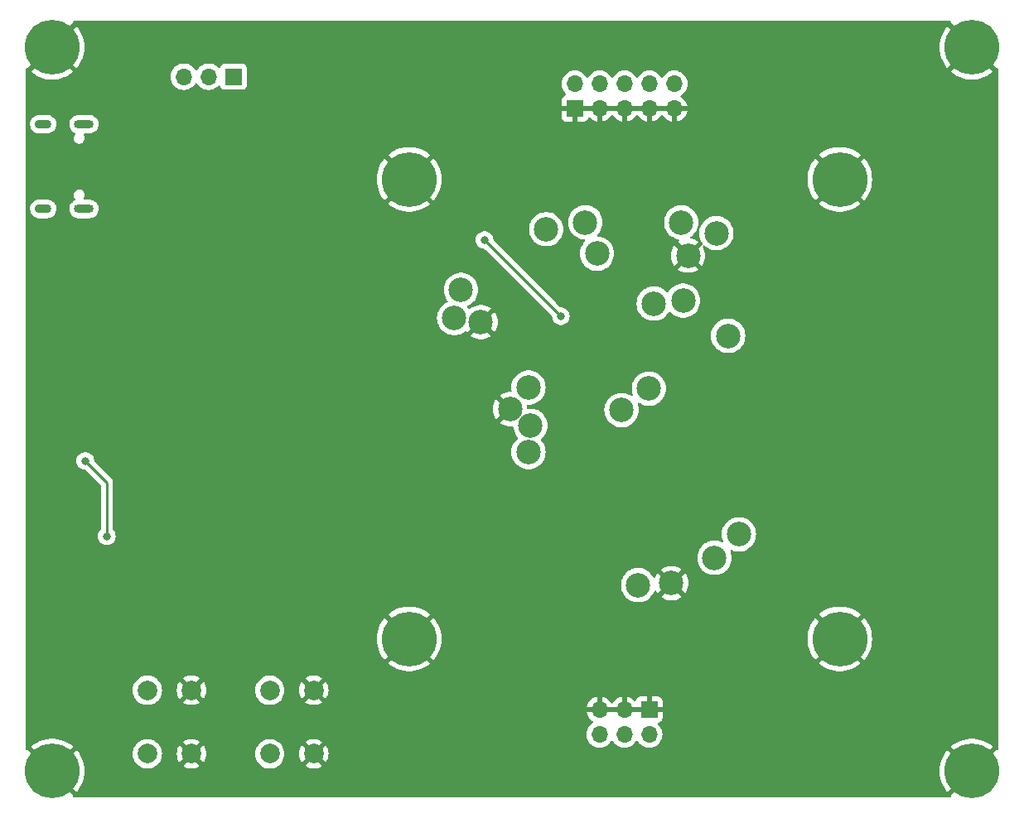
<source format=gbr>
%TF.GenerationSoftware,KiCad,Pcbnew,7.0.1*%
%TF.CreationDate,2023-12-25T16:17:55+00:00*%
%TF.ProjectId,watch_test_rig,77617463-685f-4746-9573-745f7269672e,rev?*%
%TF.SameCoordinates,Original*%
%TF.FileFunction,Copper,L2,Bot*%
%TF.FilePolarity,Positive*%
%FSLAX46Y46*%
G04 Gerber Fmt 4.6, Leading zero omitted, Abs format (unit mm)*
G04 Created by KiCad (PCBNEW 7.0.1) date 2023-12-25 16:17:55*
%MOMM*%
%LPD*%
G01*
G04 APERTURE LIST*
%TA.AperFunction,ComponentPad*%
%ADD10O,1.700000X1.700000*%
%TD*%
%TA.AperFunction,ComponentPad*%
%ADD11R,1.700000X1.700000*%
%TD*%
%TA.AperFunction,ComponentPad*%
%ADD12C,2.000000*%
%TD*%
%TA.AperFunction,ComponentPad*%
%ADD13C,3.600000*%
%TD*%
%TA.AperFunction,ConnectorPad*%
%ADD14C,5.600000*%
%TD*%
%TA.AperFunction,ComponentPad*%
%ADD15C,2.500000*%
%TD*%
%TA.AperFunction,ComponentPad*%
%ADD16O,2.000000X0.900000*%
%TD*%
%TA.AperFunction,ComponentPad*%
%ADD17O,1.700000X0.900000*%
%TD*%
%TA.AperFunction,ViaPad*%
%ADD18C,0.800000*%
%TD*%
%TA.AperFunction,Conductor*%
%ADD19C,0.250000*%
%TD*%
G04 APERTURE END LIST*
D10*
%TO.P,J106,10,Pin_10*%
%TO.N,VBUS*%
X181585000Y-61735000D03*
%TO.P,J106,9,Pin_9*%
%TO.N,GND*%
X181585000Y-64275000D03*
%TO.P,J106,8,Pin_8*%
%TO.N,+VBAT*%
X179045000Y-61735000D03*
%TO.P,J106,7,Pin_7*%
%TO.N,GND*%
X179045000Y-64275000D03*
%TO.P,J106,6,Pin_6*%
%TO.N,+3V3*%
X176505000Y-61735000D03*
%TO.P,J106,5,Pin_5*%
%TO.N,GND*%
X176505000Y-64275000D03*
%TO.P,J106,4,Pin_4*%
%TO.N,+1V8*%
X173965000Y-61735000D03*
%TO.P,J106,3,Pin_3*%
%TO.N,GND*%
X173965000Y-64275000D03*
%TO.P,J106,2,Pin_2*%
%TO.N,+1V2*%
X171425000Y-61735000D03*
D11*
%TO.P,J106,1,Pin_1*%
%TO.N,GND*%
X171425000Y-64275000D03*
%TD*%
D12*
%TO.P,SW102,1,1*%
%TO.N,/NRF_RST*%
X127750000Y-130250000D03*
X127750000Y-123750000D03*
%TO.P,SW102,2,2*%
%TO.N,GND*%
X132250000Y-130250000D03*
X132250000Y-123750000D03*
%TD*%
D13*
%TO.P,H108,1,1*%
%TO.N,GND*%
X198500000Y-118500000D03*
D14*
X198500000Y-118500000D03*
%TD*%
D15*
%TO.P,PP116,1,1*%
%TO.N,/LED_STM32*%
X187100000Y-87500000D03*
%TD*%
%TO.P,PP107,1,1*%
%TO.N,/STM32_VCP_RX*%
X176200000Y-95100000D03*
%TD*%
D12*
%TO.P,SW101,1,1*%
%TO.N,/STM32_RST*%
X140250000Y-130250000D03*
X140250000Y-123750000D03*
%TO.P,SW101,2,2*%
%TO.N,GND*%
X144750000Y-130250000D03*
X144750000Y-123750000D03*
%TD*%
D11*
%TO.P,SW103,1,A*%
%TO.N,VBUS*%
X136540000Y-61000000D03*
D10*
%TO.P,SW103,2,B*%
%TO.N,/VIN*%
X134000000Y-61000000D03*
%TO.P,SW103,3,C*%
%TO.N,unconnected-(SW103-C-Pad3)*%
X131460000Y-61000000D03*
%TD*%
D13*
%TO.P,H106,1,1*%
%TO.N,GND*%
X198500000Y-71500000D03*
D14*
X198500000Y-71500000D03*
%TD*%
D15*
%TO.P,PP111,1,1*%
%TO.N,+VBAT*%
X182300000Y-75900000D03*
%TD*%
%TO.P,PP110,1,1*%
%TO.N,VBUS*%
X185900000Y-77000000D03*
%TD*%
D13*
%TO.P,H104,1,1*%
%TO.N,GND*%
X118000000Y-58000000D03*
D14*
X118000000Y-58000000D03*
%TD*%
D13*
%TO.P,H102,1,1*%
%TO.N,GND*%
X212000000Y-132000000D03*
D14*
X212000000Y-132000000D03*
%TD*%
D15*
%TO.P,PP112,1,1*%
%TO.N,GND*%
X183000000Y-79300000D03*
%TD*%
%TO.P,PP114,1,1*%
%TO.N,GND*%
X164800000Y-95000000D03*
%TD*%
D11*
%TO.P,J105,1,Pin_1*%
%TO.N,GND*%
X179025000Y-125725000D03*
D10*
%TO.P,J105,2,Pin_2*%
%TO.N,/RF*%
X179025000Y-128265000D03*
%TO.P,J105,3,Pin_3*%
%TO.N,GND*%
X176485000Y-125725000D03*
%TO.P,J105,4,Pin_4*%
%TO.N,/SIGNAL_ENVELOPE*%
X176485000Y-128265000D03*
%TO.P,J105,5,Pin_5*%
%TO.N,GND*%
X173945000Y-125725000D03*
%TO.P,J105,6,Pin_6*%
%TO.N,/RF_IN*%
X173945000Y-128265000D03*
%TD*%
D15*
%TO.P,PP119,1,1*%
%TO.N,+1V2*%
X168500000Y-76600000D03*
%TD*%
D13*
%TO.P,H103,1,1*%
%TO.N,GND*%
X118000000Y-132000000D03*
D14*
X118000000Y-132000000D03*
%TD*%
D15*
%TO.P,PP122,1,1*%
%TO.N,GND*%
X181300000Y-112800000D03*
%TD*%
D13*
%TO.P,H107,1,1*%
%TO.N,GND*%
X154500000Y-118500000D03*
D14*
X154500000Y-118500000D03*
%TD*%
D15*
%TO.P,PP108,1,1*%
%TO.N,/NRF_SWDIO*%
X159800000Y-82800000D03*
%TD*%
%TO.P,PP120,1,1*%
%TO.N,/SIGNAL_ENVELOPE*%
X185700000Y-110200000D03*
%TD*%
%TO.P,PP113,1,1*%
%TO.N,GND*%
X161800000Y-86100000D03*
%TD*%
%TO.P,PP118,1,1*%
%TO.N,+1V8*%
X172500000Y-75900000D03*
%TD*%
%TO.P,PP105,1,1*%
%TO.N,/STM32_VCP_TX*%
X179000000Y-92900000D03*
%TD*%
%TO.P,PP101,1,1*%
%TO.N,/STM32_SWDIO*%
X166900000Y-96700000D03*
%TD*%
%TO.P,PP115,1,1*%
%TO.N,+3V3*%
X182500000Y-83900000D03*
%TD*%
D13*
%TO.P,H105,1,1*%
%TO.N,GND*%
X154500000Y-71500000D03*
D14*
X154500000Y-71500000D03*
%TD*%
D15*
%TO.P,PP102,1,1*%
%TO.N,/STM32_SWCLK*%
X166700000Y-99400000D03*
%TD*%
%TO.P,PP106,1,1*%
%TO.N,/NRF_SWCLK*%
X159100000Y-85700000D03*
%TD*%
%TO.P,PP121,1,1*%
%TO.N,/RF*%
X188200000Y-107800000D03*
%TD*%
D16*
%TO.P,J103,S1,SHIELD*%
%TO.N,unconnected-(J103-SHIELD-PadS1)*%
X121270000Y-65875000D03*
%TO.P,J103,S2,SHIELD*%
%TO.N,unconnected-(J103-SHIELD-PadS2)*%
X121270000Y-74525000D03*
D17*
%TO.P,J103,S3,SHIELD*%
%TO.N,unconnected-(J103-SHIELD-PadS3)*%
X117100000Y-65875000D03*
%TO.P,J103,S4,SHIELD*%
%TO.N,unconnected-(J103-SHIELD-PadS4)*%
X117100000Y-74525000D03*
%TD*%
D13*
%TO.P,H101,1,1*%
%TO.N,GND*%
X212000000Y-58000000D03*
D14*
X212000000Y-58000000D03*
%TD*%
D15*
%TO.P,PP104,1,1*%
%TO.N,/STM32_RST*%
X179500000Y-84200000D03*
%TD*%
%TO.P,PP117,1,1*%
%TO.N,/RF_IN*%
X177900000Y-113000000D03*
%TD*%
%TO.P,PP103,1,1*%
%TO.N,/STM32_SWO*%
X166700000Y-92800000D03*
%TD*%
%TO.P,PP109,1,1*%
%TO.N,/NRF_RST*%
X173700000Y-79100000D03*
%TD*%
D18*
%TO.N,GND*%
X123000000Y-73900000D03*
X123000000Y-66500000D03*
%TO.N,+1V8*%
X121400000Y-100300000D03*
X123600000Y-108000000D03*
%TO.N,/LED_STM32*%
X162200000Y-77700000D03*
X170000000Y-85500000D03*
%TO.N,GND*%
X123710000Y-96540000D03*
X123700000Y-92750000D03*
X123700000Y-94000000D03*
X123600000Y-109270000D03*
X123600000Y-110540000D03*
X123600000Y-113080000D03*
X132000000Y-119500000D03*
X144500000Y-119500000D03*
X146275000Y-67425000D03*
X142275000Y-67425000D03*
X138275000Y-67425000D03*
X134275000Y-67425000D03*
X130500000Y-71000000D03*
X125400000Y-70200000D03*
%TD*%
D19*
%TO.N,+1V8*%
X123600000Y-102500000D02*
X121400000Y-100300000D01*
X123600000Y-108000000D02*
X123600000Y-102500000D01*
%TO.N,/LED_STM32*%
X162200000Y-77700000D02*
X170000000Y-85500000D01*
%TD*%
%TA.AperFunction,Conductor*%
%TO.N,GND*%
G36*
X209796892Y-55314322D02*
G01*
X209841102Y-55352707D01*
X209862772Y-55407097D01*
X209857071Y-55465367D01*
X209847438Y-55480257D01*
X209847255Y-55493703D01*
X212000000Y-57646447D01*
X214503556Y-60150003D01*
X214518840Y-60149382D01*
X214529604Y-60141651D01*
X214588908Y-60133572D01*
X214645088Y-60154212D01*
X214685056Y-60198763D01*
X214699500Y-60256845D01*
X214699500Y-129743153D01*
X214685056Y-129801236D01*
X214645087Y-129845786D01*
X214588907Y-129866426D01*
X214529603Y-129858346D01*
X214518841Y-129850616D01*
X214503556Y-129849994D01*
X212000000Y-132353553D01*
X209847255Y-134506295D01*
X209847438Y-134519736D01*
X209857076Y-134534637D01*
X209862774Y-134592906D01*
X209841103Y-134647295D01*
X209796894Y-134685678D01*
X209740002Y-134699500D01*
X120259996Y-134699500D01*
X120203105Y-134685679D01*
X120158896Y-134647296D01*
X120137224Y-134592909D01*
X120142921Y-134534641D01*
X120152561Y-134519736D01*
X120152743Y-134506295D01*
X118000000Y-132353553D01*
X117646448Y-132000001D01*
X118353553Y-132000001D01*
X120503556Y-134150003D01*
X120630968Y-134000004D01*
X120831781Y-133703829D01*
X120999398Y-133387670D01*
X121131850Y-133055241D01*
X121227580Y-132710451D01*
X121285474Y-132357310D01*
X121304847Y-131999999D01*
X208695152Y-131999999D01*
X208714525Y-132357310D01*
X208772419Y-132710451D01*
X208868149Y-133055241D01*
X209000601Y-133387670D01*
X209168218Y-133703829D01*
X209369031Y-134000004D01*
X209496441Y-134150003D01*
X209496442Y-134150004D01*
X211646447Y-132000001D01*
X211646447Y-132000000D01*
X209496442Y-129849994D01*
X209496441Y-129849995D01*
X209369030Y-129999995D01*
X209168218Y-130296170D01*
X209000601Y-130612329D01*
X208868149Y-130944758D01*
X208772419Y-131289548D01*
X208714525Y-131642689D01*
X208695152Y-131999999D01*
X121304847Y-131999999D01*
X121285474Y-131642689D01*
X121227580Y-131289548D01*
X121131850Y-130944758D01*
X120999398Y-130612329D01*
X120831781Y-130296170D01*
X120800476Y-130249999D01*
X126244356Y-130249999D01*
X126264891Y-130497816D01*
X126264891Y-130497819D01*
X126264892Y-130497821D01*
X126325937Y-130738881D01*
X126370960Y-130841523D01*
X126425825Y-130966604D01*
X126425827Y-130966607D01*
X126561836Y-131174785D01*
X126730256Y-131357738D01*
X126730259Y-131357740D01*
X126926485Y-131510470D01*
X126926487Y-131510471D01*
X126926491Y-131510474D01*
X127145190Y-131628828D01*
X127380386Y-131709571D01*
X127625665Y-131750500D01*
X127874335Y-131750500D01*
X128119614Y-131709571D01*
X128354810Y-131628828D01*
X128573509Y-131510474D01*
X128620872Y-131473610D01*
X131379942Y-131473610D01*
X131426766Y-131510055D01*
X131645393Y-131628368D01*
X131880506Y-131709083D01*
X132125707Y-131750000D01*
X132374293Y-131750000D01*
X132619493Y-131709083D01*
X132854606Y-131628368D01*
X133073233Y-131510053D01*
X133120056Y-131473609D01*
X132250000Y-130603553D01*
X131379942Y-131473609D01*
X131379942Y-131473610D01*
X128620872Y-131473610D01*
X128769744Y-131357738D01*
X128938164Y-131174785D01*
X129074173Y-130966607D01*
X129174063Y-130738881D01*
X129235108Y-130497821D01*
X129255643Y-130250000D01*
X129255643Y-130249999D01*
X130744858Y-130249999D01*
X130765386Y-130497732D01*
X130826413Y-130738721D01*
X130926268Y-130966370D01*
X131026563Y-131119882D01*
X131026564Y-131119882D01*
X131896447Y-130250001D01*
X132603553Y-130250001D01*
X133473434Y-131119882D01*
X133573730Y-130966369D01*
X133673586Y-130738721D01*
X133734613Y-130497732D01*
X133755141Y-130249999D01*
X138744356Y-130249999D01*
X138764891Y-130497816D01*
X138764891Y-130497819D01*
X138764892Y-130497821D01*
X138825937Y-130738881D01*
X138870960Y-130841523D01*
X138925825Y-130966604D01*
X138925827Y-130966607D01*
X139061836Y-131174785D01*
X139230256Y-131357738D01*
X139230259Y-131357740D01*
X139426485Y-131510470D01*
X139426487Y-131510471D01*
X139426491Y-131510474D01*
X139645190Y-131628828D01*
X139880386Y-131709571D01*
X140125665Y-131750500D01*
X140374335Y-131750500D01*
X140619614Y-131709571D01*
X140854810Y-131628828D01*
X141073509Y-131510474D01*
X141120872Y-131473610D01*
X143879942Y-131473610D01*
X143926766Y-131510055D01*
X144145393Y-131628368D01*
X144380506Y-131709083D01*
X144625707Y-131750000D01*
X144874293Y-131750000D01*
X145119493Y-131709083D01*
X145354606Y-131628368D01*
X145573233Y-131510053D01*
X145620056Y-131473609D01*
X144750000Y-130603553D01*
X143879942Y-131473609D01*
X143879942Y-131473610D01*
X141120872Y-131473610D01*
X141269744Y-131357738D01*
X141438164Y-131174785D01*
X141574173Y-130966607D01*
X141674063Y-130738881D01*
X141735108Y-130497821D01*
X141755643Y-130250000D01*
X141755643Y-130249999D01*
X143244858Y-130249999D01*
X143265386Y-130497732D01*
X143326413Y-130738721D01*
X143426268Y-130966370D01*
X143526563Y-131119882D01*
X143526564Y-131119882D01*
X144396447Y-130250001D01*
X145103553Y-130250001D01*
X145973434Y-131119882D01*
X146073730Y-130966369D01*
X146173586Y-130738721D01*
X146234613Y-130497732D01*
X146255141Y-130249999D01*
X146234613Y-130002267D01*
X146173586Y-129761278D01*
X146073730Y-129533630D01*
X145973434Y-129380116D01*
X145103553Y-130250000D01*
X145103553Y-130250001D01*
X144396447Y-130250001D01*
X144396447Y-130250000D01*
X143526564Y-129380116D01*
X143426266Y-129533634D01*
X143326413Y-129761278D01*
X143265386Y-130002267D01*
X143244858Y-130249999D01*
X141755643Y-130249999D01*
X141735108Y-130002179D01*
X141674063Y-129761119D01*
X141576590Y-129538903D01*
X141574174Y-129533395D01*
X141548242Y-129493703D01*
X141438164Y-129325215D01*
X141269744Y-129142262D01*
X141189912Y-129080126D01*
X141120873Y-129026390D01*
X143879942Y-129026390D01*
X144750000Y-129896447D01*
X144750001Y-129896447D01*
X145620057Y-129026390D01*
X145620056Y-129026388D01*
X145573235Y-128989947D01*
X145354606Y-128871631D01*
X145119493Y-128790916D01*
X144874293Y-128750000D01*
X144625707Y-128750000D01*
X144380506Y-128790916D01*
X144145393Y-128871631D01*
X143926764Y-128989946D01*
X143879942Y-129026388D01*
X143879942Y-129026390D01*
X141120873Y-129026390D01*
X141073514Y-128989529D01*
X141073510Y-128989526D01*
X141073509Y-128989526D01*
X140854810Y-128871172D01*
X140854806Y-128871170D01*
X140854805Y-128871170D01*
X140619615Y-128790429D01*
X140374335Y-128749500D01*
X140125665Y-128749500D01*
X139880384Y-128790429D01*
X139645194Y-128871170D01*
X139426485Y-128989529D01*
X139230259Y-129142259D01*
X139061837Y-129325214D01*
X138925825Y-129533395D01*
X138835780Y-129738678D01*
X138825937Y-129761119D01*
X138803273Y-129850616D01*
X138764891Y-130002183D01*
X138744356Y-130249999D01*
X133755141Y-130249999D01*
X133734613Y-130002267D01*
X133673586Y-129761278D01*
X133573730Y-129533630D01*
X133473434Y-129380116D01*
X132603553Y-130250000D01*
X132603553Y-130250001D01*
X131896447Y-130250001D01*
X131896447Y-130250000D01*
X131026564Y-129380116D01*
X130926266Y-129533634D01*
X130826413Y-129761278D01*
X130765386Y-130002267D01*
X130744858Y-130249999D01*
X129255643Y-130249999D01*
X129235108Y-130002179D01*
X129174063Y-129761119D01*
X129076590Y-129538903D01*
X129074174Y-129533395D01*
X129048242Y-129493703D01*
X128938164Y-129325215D01*
X128769744Y-129142262D01*
X128689912Y-129080126D01*
X128620873Y-129026390D01*
X131379942Y-129026390D01*
X132250000Y-129896447D01*
X132250001Y-129896447D01*
X133120057Y-129026390D01*
X133120056Y-129026388D01*
X133073235Y-128989947D01*
X132854606Y-128871631D01*
X132619493Y-128790916D01*
X132374293Y-128750000D01*
X132125707Y-128750000D01*
X131880506Y-128790916D01*
X131645393Y-128871631D01*
X131426764Y-128989946D01*
X131379942Y-129026388D01*
X131379942Y-129026390D01*
X128620873Y-129026390D01*
X128573514Y-128989529D01*
X128573510Y-128989526D01*
X128573509Y-128989526D01*
X128354810Y-128871172D01*
X128354806Y-128871170D01*
X128354805Y-128871170D01*
X128119615Y-128790429D01*
X127874335Y-128749500D01*
X127625665Y-128749500D01*
X127380384Y-128790429D01*
X127145194Y-128871170D01*
X126926485Y-128989529D01*
X126730259Y-129142259D01*
X126561837Y-129325214D01*
X126425825Y-129533395D01*
X126335780Y-129738678D01*
X126325937Y-129761119D01*
X126303273Y-129850616D01*
X126264891Y-130002183D01*
X126244356Y-130249999D01*
X120800476Y-130249999D01*
X120630968Y-129999995D01*
X120503557Y-129849995D01*
X120503556Y-129849994D01*
X118353553Y-131999999D01*
X118353553Y-132000001D01*
X117646448Y-132000001D01*
X115496442Y-129849994D01*
X115481156Y-129850616D01*
X115470397Y-129858345D01*
X115411093Y-129866425D01*
X115354913Y-129845785D01*
X115314945Y-129801235D01*
X115300500Y-129743152D01*
X115300500Y-129493703D01*
X115847255Y-129493703D01*
X118000000Y-131646447D01*
X118000001Y-131646447D01*
X120152743Y-129493703D01*
X120152742Y-129493702D01*
X120139514Y-129481171D01*
X119854636Y-129264613D01*
X119548015Y-129080126D01*
X119223253Y-128929875D01*
X118884140Y-128815614D01*
X118534664Y-128738689D01*
X118178922Y-128700000D01*
X117821078Y-128700000D01*
X117465335Y-128738689D01*
X117115859Y-128815614D01*
X116776746Y-128929875D01*
X116451984Y-129080126D01*
X116145363Y-129264613D01*
X115860486Y-129481170D01*
X115847256Y-129493702D01*
X115847255Y-129493703D01*
X115300500Y-129493703D01*
X115300500Y-128265000D01*
X172589340Y-128265000D01*
X172609936Y-128500407D01*
X172654709Y-128667502D01*
X172671097Y-128728663D01*
X172770965Y-128942830D01*
X172906505Y-129136401D01*
X173073599Y-129303495D01*
X173267170Y-129439035D01*
X173481337Y-129538903D01*
X173709592Y-129600063D01*
X173945000Y-129620659D01*
X174180408Y-129600063D01*
X174408663Y-129538903D01*
X174622830Y-129439035D01*
X174816401Y-129303495D01*
X174983495Y-129136401D01*
X175113426Y-128950839D01*
X175157743Y-128911975D01*
X175215000Y-128897964D01*
X175272257Y-128911975D01*
X175316573Y-128950839D01*
X175446505Y-129136401D01*
X175613599Y-129303495D01*
X175807170Y-129439035D01*
X176021337Y-129538903D01*
X176249592Y-129600063D01*
X176485000Y-129620659D01*
X176720408Y-129600063D01*
X176948663Y-129538903D01*
X177162830Y-129439035D01*
X177356401Y-129303495D01*
X177523495Y-129136401D01*
X177653426Y-128950839D01*
X177697743Y-128911975D01*
X177755000Y-128897964D01*
X177812257Y-128911975D01*
X177856573Y-128950839D01*
X177986505Y-129136401D01*
X178153599Y-129303495D01*
X178347170Y-129439035D01*
X178561337Y-129538903D01*
X178789592Y-129600063D01*
X179025000Y-129620659D01*
X179260408Y-129600063D01*
X179488663Y-129538903D01*
X179585594Y-129493703D01*
X209847255Y-129493703D01*
X212000000Y-131646447D01*
X212000001Y-131646447D01*
X214152743Y-129493703D01*
X214152742Y-129493702D01*
X214139514Y-129481171D01*
X213854636Y-129264613D01*
X213548015Y-129080126D01*
X213223253Y-128929875D01*
X212884140Y-128815614D01*
X212534664Y-128738689D01*
X212178922Y-128700000D01*
X211821078Y-128700000D01*
X211465335Y-128738689D01*
X211115859Y-128815614D01*
X210776746Y-128929875D01*
X210451984Y-129080126D01*
X210145363Y-129264613D01*
X209860486Y-129481170D01*
X209847256Y-129493702D01*
X209847255Y-129493703D01*
X179585594Y-129493703D01*
X179702830Y-129439035D01*
X179896401Y-129303495D01*
X180063495Y-129136401D01*
X180199035Y-128942830D01*
X180298903Y-128728663D01*
X180360063Y-128500408D01*
X180380659Y-128265000D01*
X180360063Y-128029592D01*
X180298903Y-127801337D01*
X180199035Y-127587171D01*
X180063495Y-127393599D01*
X179941181Y-127271285D01*
X179909885Y-127218539D01*
X179907696Y-127157246D01*
X179935149Y-127102401D01*
X179985528Y-127067422D01*
X180117089Y-127018352D01*
X180232188Y-126932188D01*
X180318352Y-126817089D01*
X180368597Y-126682375D01*
X180375000Y-126622824D01*
X180375000Y-125975000D01*
X172614364Y-125975000D01*
X172671569Y-126188492D01*
X172771399Y-126402576D01*
X172906893Y-126596081D01*
X173073918Y-126763106D01*
X173259595Y-126893119D01*
X173298460Y-126937437D01*
X173312471Y-126994694D01*
X173298460Y-127051951D01*
X173259595Y-127096269D01*
X173073595Y-127226508D01*
X172906505Y-127393598D01*
X172770965Y-127587170D01*
X172671097Y-127801336D01*
X172609936Y-128029592D01*
X172589340Y-128265000D01*
X115300500Y-128265000D01*
X115300500Y-125475000D01*
X172614364Y-125475000D01*
X173695000Y-125475000D01*
X174195000Y-125475000D01*
X176235000Y-125475000D01*
X176735000Y-125475000D01*
X178775000Y-125475000D01*
X178775000Y-124375000D01*
X179275000Y-124375000D01*
X179275000Y-125475000D01*
X180375000Y-125475000D01*
X180375000Y-124827176D01*
X180368597Y-124767624D01*
X180318352Y-124632910D01*
X180232188Y-124517811D01*
X180117089Y-124431647D01*
X179982375Y-124381402D01*
X179922824Y-124375000D01*
X179275000Y-124375000D01*
X178775000Y-124375000D01*
X178127176Y-124375000D01*
X178067624Y-124381402D01*
X177932910Y-124431647D01*
X177817811Y-124517811D01*
X177731647Y-124632911D01*
X177682385Y-124764987D01*
X177647405Y-124815366D01*
X177592561Y-124842819D01*
X177531268Y-124840630D01*
X177478522Y-124809334D01*
X177356081Y-124686893D01*
X177162576Y-124551399D01*
X176948492Y-124451569D01*
X176735000Y-124394364D01*
X176735000Y-125475000D01*
X176235000Y-125475000D01*
X176235000Y-124394364D01*
X176234999Y-124394364D01*
X176021507Y-124451569D01*
X175807421Y-124551400D01*
X175613921Y-124686890D01*
X175446893Y-124853918D01*
X175316575Y-125040032D01*
X175272257Y-125078897D01*
X175215000Y-125092908D01*
X175157743Y-125078897D01*
X175113425Y-125040032D01*
X174983106Y-124853918D01*
X174816081Y-124686893D01*
X174622576Y-124551399D01*
X174408492Y-124451569D01*
X174195000Y-124394364D01*
X174195000Y-125475000D01*
X173695000Y-125475000D01*
X173695000Y-124394364D01*
X173694999Y-124394364D01*
X173481507Y-124451569D01*
X173267421Y-124551400D01*
X173073921Y-124686890D01*
X172906890Y-124853921D01*
X172771400Y-125047421D01*
X172671569Y-125261507D01*
X172614364Y-125474999D01*
X172614364Y-125475000D01*
X115300500Y-125475000D01*
X115300500Y-123749999D01*
X126244356Y-123749999D01*
X126264891Y-123997816D01*
X126264891Y-123997819D01*
X126264892Y-123997821D01*
X126325937Y-124238881D01*
X126370960Y-124341523D01*
X126425825Y-124466604D01*
X126425827Y-124466607D01*
X126561836Y-124674785D01*
X126730256Y-124857738D01*
X126730259Y-124857740D01*
X126926485Y-125010470D01*
X126926487Y-125010471D01*
X126926491Y-125010474D01*
X127145190Y-125128828D01*
X127380386Y-125209571D01*
X127625665Y-125250500D01*
X127874335Y-125250500D01*
X128119614Y-125209571D01*
X128354810Y-125128828D01*
X128573509Y-125010474D01*
X128620872Y-124973610D01*
X131379942Y-124973610D01*
X131426766Y-125010055D01*
X131645393Y-125128368D01*
X131880506Y-125209083D01*
X132125707Y-125250000D01*
X132374293Y-125250000D01*
X132619493Y-125209083D01*
X132854606Y-125128368D01*
X133073233Y-125010053D01*
X133120056Y-124973609D01*
X132250000Y-124103553D01*
X131379942Y-124973609D01*
X131379942Y-124973610D01*
X128620872Y-124973610D01*
X128769744Y-124857738D01*
X128938164Y-124674785D01*
X129074173Y-124466607D01*
X129174063Y-124238881D01*
X129235108Y-123997821D01*
X129255643Y-123750000D01*
X129255643Y-123749999D01*
X130744858Y-123749999D01*
X130765386Y-123997732D01*
X130826413Y-124238721D01*
X130926268Y-124466370D01*
X131026563Y-124619882D01*
X131026564Y-124619882D01*
X131896447Y-123750001D01*
X132603553Y-123750001D01*
X133473434Y-124619882D01*
X133573730Y-124466369D01*
X133673586Y-124238721D01*
X133734613Y-123997732D01*
X133755141Y-123749999D01*
X138744356Y-123749999D01*
X138764891Y-123997816D01*
X138764891Y-123997819D01*
X138764892Y-123997821D01*
X138825937Y-124238881D01*
X138870960Y-124341523D01*
X138925825Y-124466604D01*
X138925827Y-124466607D01*
X139061836Y-124674785D01*
X139230256Y-124857738D01*
X139230259Y-124857740D01*
X139426485Y-125010470D01*
X139426487Y-125010471D01*
X139426491Y-125010474D01*
X139645190Y-125128828D01*
X139880386Y-125209571D01*
X140125665Y-125250500D01*
X140374335Y-125250500D01*
X140619614Y-125209571D01*
X140854810Y-125128828D01*
X141073509Y-125010474D01*
X141120872Y-124973610D01*
X143879942Y-124973610D01*
X143926766Y-125010055D01*
X144145393Y-125128368D01*
X144380506Y-125209083D01*
X144625707Y-125250000D01*
X144874293Y-125250000D01*
X145119493Y-125209083D01*
X145354606Y-125128368D01*
X145573233Y-125010053D01*
X145620056Y-124973609D01*
X144750000Y-124103553D01*
X143879942Y-124973609D01*
X143879942Y-124973610D01*
X141120872Y-124973610D01*
X141269744Y-124857738D01*
X141438164Y-124674785D01*
X141574173Y-124466607D01*
X141674063Y-124238881D01*
X141735108Y-123997821D01*
X141755643Y-123750000D01*
X141755643Y-123749999D01*
X143244858Y-123749999D01*
X143265386Y-123997732D01*
X143326413Y-124238721D01*
X143426268Y-124466370D01*
X143526563Y-124619882D01*
X143526564Y-124619882D01*
X144396447Y-123750001D01*
X145103553Y-123750001D01*
X145973434Y-124619882D01*
X146073730Y-124466369D01*
X146173586Y-124238721D01*
X146234613Y-123997732D01*
X146255141Y-123749999D01*
X146234613Y-123502267D01*
X146173586Y-123261278D01*
X146073730Y-123033630D01*
X145973434Y-122880116D01*
X145103553Y-123750000D01*
X145103553Y-123750001D01*
X144396447Y-123750001D01*
X144396447Y-123750000D01*
X143526564Y-122880116D01*
X143426266Y-123033634D01*
X143326413Y-123261278D01*
X143265386Y-123502267D01*
X143244858Y-123749999D01*
X141755643Y-123749999D01*
X141735108Y-123502179D01*
X141674063Y-123261119D01*
X141574173Y-123033393D01*
X141438164Y-122825215D01*
X141269744Y-122642262D01*
X141247612Y-122625036D01*
X141120873Y-122526390D01*
X143879942Y-122526390D01*
X144750000Y-123396447D01*
X144750001Y-123396447D01*
X145620057Y-122526390D01*
X145620056Y-122526388D01*
X145573235Y-122489947D01*
X145354606Y-122371631D01*
X145119493Y-122290916D01*
X144874293Y-122250000D01*
X144625707Y-122250000D01*
X144380506Y-122290916D01*
X144145393Y-122371631D01*
X143926764Y-122489946D01*
X143879942Y-122526388D01*
X143879942Y-122526390D01*
X141120873Y-122526390D01*
X141073514Y-122489529D01*
X141073510Y-122489526D01*
X141073509Y-122489526D01*
X140854810Y-122371172D01*
X140854806Y-122371170D01*
X140854805Y-122371170D01*
X140619615Y-122290429D01*
X140374335Y-122249500D01*
X140125665Y-122249500D01*
X139880384Y-122290429D01*
X139645194Y-122371170D01*
X139426485Y-122489529D01*
X139230259Y-122642259D01*
X139061837Y-122825214D01*
X138925825Y-123033395D01*
X138825938Y-123261117D01*
X138764891Y-123502183D01*
X138744356Y-123749999D01*
X133755141Y-123749999D01*
X133734613Y-123502267D01*
X133673586Y-123261278D01*
X133573730Y-123033630D01*
X133473434Y-122880116D01*
X132603553Y-123750000D01*
X132603553Y-123750001D01*
X131896447Y-123750001D01*
X131896447Y-123750000D01*
X131026564Y-122880116D01*
X130926266Y-123033634D01*
X130826413Y-123261278D01*
X130765386Y-123502267D01*
X130744858Y-123749999D01*
X129255643Y-123749999D01*
X129235108Y-123502179D01*
X129174063Y-123261119D01*
X129074173Y-123033393D01*
X128938164Y-122825215D01*
X128769744Y-122642262D01*
X128747612Y-122625036D01*
X128620873Y-122526390D01*
X131379942Y-122526390D01*
X132250000Y-123396447D01*
X132250001Y-123396447D01*
X133120057Y-122526390D01*
X133120056Y-122526388D01*
X133073235Y-122489947D01*
X132854606Y-122371631D01*
X132619493Y-122290916D01*
X132374293Y-122250000D01*
X132125707Y-122250000D01*
X131880506Y-122290916D01*
X131645393Y-122371631D01*
X131426764Y-122489946D01*
X131379942Y-122526388D01*
X131379942Y-122526390D01*
X128620873Y-122526390D01*
X128573514Y-122489529D01*
X128573510Y-122489526D01*
X128573509Y-122489526D01*
X128354810Y-122371172D01*
X128354806Y-122371170D01*
X128354805Y-122371170D01*
X128119615Y-122290429D01*
X127874335Y-122249500D01*
X127625665Y-122249500D01*
X127380384Y-122290429D01*
X127145194Y-122371170D01*
X126926485Y-122489529D01*
X126730259Y-122642259D01*
X126561837Y-122825214D01*
X126425825Y-123033395D01*
X126325938Y-123261117D01*
X126264891Y-123502183D01*
X126244356Y-123749999D01*
X115300500Y-123749999D01*
X115300500Y-121006295D01*
X152347255Y-121006295D01*
X152347256Y-121006296D01*
X152360485Y-121018828D01*
X152645363Y-121235386D01*
X152951984Y-121419873D01*
X153276746Y-121570124D01*
X153615859Y-121684385D01*
X153965335Y-121761310D01*
X154321078Y-121800000D01*
X154678922Y-121800000D01*
X155034664Y-121761310D01*
X155384140Y-121684385D01*
X155723253Y-121570124D01*
X156048015Y-121419873D01*
X156354636Y-121235386D01*
X156639515Y-121018827D01*
X156652742Y-121006297D01*
X156652743Y-121006295D01*
X196347255Y-121006295D01*
X196347256Y-121006296D01*
X196360485Y-121018828D01*
X196645363Y-121235386D01*
X196951984Y-121419873D01*
X197276746Y-121570124D01*
X197615859Y-121684385D01*
X197965335Y-121761310D01*
X198321078Y-121800000D01*
X198678922Y-121800000D01*
X199034664Y-121761310D01*
X199384140Y-121684385D01*
X199723253Y-121570124D01*
X200048015Y-121419873D01*
X200354636Y-121235386D01*
X200639515Y-121018827D01*
X200652742Y-121006297D01*
X200652743Y-121006295D01*
X198500000Y-118853553D01*
X196347255Y-121006295D01*
X156652743Y-121006295D01*
X154500000Y-118853553D01*
X152347255Y-121006295D01*
X115300500Y-121006295D01*
X115300500Y-118500000D01*
X151195152Y-118500000D01*
X151214525Y-118857310D01*
X151272419Y-119210451D01*
X151368149Y-119555241D01*
X151500601Y-119887670D01*
X151668218Y-120203829D01*
X151869031Y-120500004D01*
X151996441Y-120650003D01*
X151996442Y-120650004D01*
X154146447Y-118500001D01*
X154853553Y-118500001D01*
X157003556Y-120650003D01*
X157130968Y-120500004D01*
X157331781Y-120203829D01*
X157499398Y-119887670D01*
X157631850Y-119555241D01*
X157727580Y-119210451D01*
X157785474Y-118857310D01*
X157804847Y-118500000D01*
X195195152Y-118500000D01*
X195214525Y-118857310D01*
X195272419Y-119210451D01*
X195368149Y-119555241D01*
X195500601Y-119887670D01*
X195668218Y-120203829D01*
X195869031Y-120500004D01*
X195996441Y-120650003D01*
X195996442Y-120650004D01*
X198146447Y-118500001D01*
X198853553Y-118500001D01*
X201003556Y-120650003D01*
X201130968Y-120500004D01*
X201331781Y-120203829D01*
X201499398Y-119887670D01*
X201631850Y-119555241D01*
X201727580Y-119210451D01*
X201785474Y-118857310D01*
X201804847Y-118500000D01*
X201785474Y-118142689D01*
X201727580Y-117789548D01*
X201631850Y-117444758D01*
X201499398Y-117112329D01*
X201331781Y-116796170D01*
X201130968Y-116499995D01*
X201003557Y-116349995D01*
X201003556Y-116349994D01*
X198853553Y-118499999D01*
X198853553Y-118500001D01*
X198146447Y-118500001D01*
X198146447Y-118499999D01*
X195996442Y-116349994D01*
X195996441Y-116349995D01*
X195869030Y-116499995D01*
X195668218Y-116796170D01*
X195500601Y-117112329D01*
X195368149Y-117444758D01*
X195272419Y-117789548D01*
X195214525Y-118142689D01*
X195195152Y-118500000D01*
X157804847Y-118500000D01*
X157785474Y-118142689D01*
X157727580Y-117789548D01*
X157631850Y-117444758D01*
X157499398Y-117112329D01*
X157331781Y-116796170D01*
X157130968Y-116499995D01*
X157003557Y-116349995D01*
X157003556Y-116349994D01*
X154853553Y-118500000D01*
X154853553Y-118500001D01*
X154146447Y-118500001D01*
X154146447Y-118500000D01*
X151996442Y-116349994D01*
X151996441Y-116349995D01*
X151869030Y-116499995D01*
X151668218Y-116796170D01*
X151500601Y-117112329D01*
X151368149Y-117444758D01*
X151272419Y-117789548D01*
X151214525Y-118142689D01*
X151195152Y-118500000D01*
X115300500Y-118500000D01*
X115300500Y-115993703D01*
X152347255Y-115993703D01*
X154500000Y-118146447D01*
X154500001Y-118146447D01*
X156652743Y-115993703D01*
X196347255Y-115993703D01*
X198500000Y-118146447D01*
X198500001Y-118146447D01*
X200652743Y-115993703D01*
X200652742Y-115993702D01*
X200639514Y-115981171D01*
X200354636Y-115764613D01*
X200048015Y-115580126D01*
X199723253Y-115429875D01*
X199384140Y-115315614D01*
X199034664Y-115238689D01*
X198678922Y-115200000D01*
X198321078Y-115200000D01*
X197965335Y-115238689D01*
X197615859Y-115315614D01*
X197276746Y-115429875D01*
X196951984Y-115580126D01*
X196645363Y-115764613D01*
X196360486Y-115981170D01*
X196347256Y-115993702D01*
X196347255Y-115993703D01*
X156652743Y-115993703D01*
X156652742Y-115993702D01*
X156639514Y-115981171D01*
X156354636Y-115764613D01*
X156048015Y-115580126D01*
X155723253Y-115429875D01*
X155384140Y-115315614D01*
X155034664Y-115238689D01*
X154678922Y-115200000D01*
X154321078Y-115200000D01*
X153965335Y-115238689D01*
X153615859Y-115315614D01*
X153276746Y-115429875D01*
X152951984Y-115580126D01*
X152645363Y-115764613D01*
X152360486Y-115981170D01*
X152347256Y-115993702D01*
X152347255Y-115993703D01*
X115300500Y-115993703D01*
X115300500Y-112999999D01*
X176144591Y-112999999D01*
X176164197Y-113261627D01*
X176222580Y-113517418D01*
X176318431Y-113761641D01*
X176318432Y-113761643D01*
X176449614Y-113988857D01*
X176613195Y-114193981D01*
X176613197Y-114193983D01*
X176613198Y-114193984D01*
X176805514Y-114372428D01*
X176805520Y-114372432D01*
X176805521Y-114372433D01*
X177022296Y-114520228D01*
X177258677Y-114634063D01*
X177509385Y-114711396D01*
X177768818Y-114750500D01*
X178031182Y-114750500D01*
X178290615Y-114711396D01*
X178541323Y-114634063D01*
X178777704Y-114520228D01*
X178994479Y-114372433D01*
X178994482Y-114372429D01*
X178994485Y-114372428D01*
X179079792Y-114293273D01*
X179177386Y-114202720D01*
X180250831Y-114202720D01*
X180422546Y-114319793D01*
X180658860Y-114433596D01*
X180909496Y-114510908D01*
X181168856Y-114550000D01*
X181431144Y-114550000D01*
X181690503Y-114510908D01*
X181941139Y-114433596D01*
X182177456Y-114319792D01*
X182349167Y-114202720D01*
X181300001Y-113153553D01*
X181300000Y-113153553D01*
X180250831Y-114202720D01*
X179177386Y-114202720D01*
X179186805Y-114193981D01*
X179350386Y-113988857D01*
X179481568Y-113761643D01*
X179530314Y-113637437D01*
X179572108Y-113582971D01*
X179636475Y-113559088D01*
X179703683Y-113573111D01*
X179753129Y-113620741D01*
X179850027Y-113788573D01*
X179897873Y-113848571D01*
X179897874Y-113848571D01*
X180946446Y-112800001D01*
X180946446Y-112800000D01*
X181653553Y-112800000D01*
X182702124Y-113848571D01*
X182749972Y-113788572D01*
X182881117Y-113561423D01*
X182976940Y-113317270D01*
X183035306Y-113061552D01*
X183054907Y-112799999D01*
X183035306Y-112538447D01*
X182976940Y-112282729D01*
X182881117Y-112038575D01*
X182749972Y-111811426D01*
X182702125Y-111751427D01*
X181653553Y-112800000D01*
X180946446Y-112800000D01*
X180946446Y-112799999D01*
X179897873Y-111751427D01*
X179850028Y-111811424D01*
X179718883Y-112038574D01*
X179670238Y-112162520D01*
X179628443Y-112216987D01*
X179564076Y-112240870D01*
X179496868Y-112226847D01*
X179447424Y-112179218D01*
X179350386Y-112011143D01*
X179186805Y-111806019D01*
X179127969Y-111751427D01*
X178994485Y-111627571D01*
X178913605Y-111572428D01*
X178777704Y-111479772D01*
X178606403Y-111397278D01*
X180250832Y-111397278D01*
X181300000Y-112446446D01*
X181300001Y-112446446D01*
X182349167Y-111397278D01*
X182177451Y-111280205D01*
X181941139Y-111166403D01*
X181690503Y-111089091D01*
X181431144Y-111050000D01*
X181168856Y-111050000D01*
X180909496Y-111089091D01*
X180658860Y-111166403D01*
X180422545Y-111280206D01*
X180250832Y-111397278D01*
X178606403Y-111397278D01*
X178541323Y-111365937D01*
X178290615Y-111288604D01*
X178031182Y-111249500D01*
X177768818Y-111249500D01*
X177509385Y-111288604D01*
X177258677Y-111365937D01*
X177022296Y-111479772D01*
X176952922Y-111527070D01*
X176805514Y-111627571D01*
X176613198Y-111806015D01*
X176449613Y-112011143D01*
X176318431Y-112238358D01*
X176222580Y-112482581D01*
X176164197Y-112738372D01*
X176144591Y-112999999D01*
X115300500Y-112999999D01*
X115300500Y-110199999D01*
X183944591Y-110199999D01*
X183964197Y-110461627D01*
X184022580Y-110717418D01*
X184118431Y-110961641D01*
X184118432Y-110961643D01*
X184249614Y-111188857D01*
X184413195Y-111393981D01*
X184413197Y-111393983D01*
X184413198Y-111393984D01*
X184605514Y-111572428D01*
X184605520Y-111572432D01*
X184605521Y-111572433D01*
X184822296Y-111720228D01*
X185058677Y-111834063D01*
X185309385Y-111911396D01*
X185568818Y-111950500D01*
X185831182Y-111950500D01*
X186090615Y-111911396D01*
X186341323Y-111834063D01*
X186577704Y-111720228D01*
X186794479Y-111572433D01*
X186794482Y-111572429D01*
X186794485Y-111572428D01*
X186894345Y-111479771D01*
X186986805Y-111393981D01*
X187150386Y-111188857D01*
X187281568Y-110961643D01*
X187377420Y-110717416D01*
X187435802Y-110461630D01*
X187455408Y-110200000D01*
X187435802Y-109938370D01*
X187377420Y-109682584D01*
X187330336Y-109562617D01*
X187322444Y-109504356D01*
X187342278Y-109449006D01*
X187385378Y-109409014D01*
X187442055Y-109393373D01*
X187499566Y-109405597D01*
X187506662Y-109409014D01*
X187558677Y-109434063D01*
X187809385Y-109511396D01*
X188068818Y-109550500D01*
X188331182Y-109550500D01*
X188590615Y-109511396D01*
X188841323Y-109434063D01*
X189077704Y-109320228D01*
X189294479Y-109172433D01*
X189294482Y-109172429D01*
X189294485Y-109172428D01*
X189379792Y-109093273D01*
X189486805Y-108993981D01*
X189650386Y-108788857D01*
X189781568Y-108561643D01*
X189877420Y-108317416D01*
X189935802Y-108061630D01*
X189955408Y-107800000D01*
X189935802Y-107538370D01*
X189877420Y-107282584D01*
X189781568Y-107038357D01*
X189650386Y-106811143D01*
X189486805Y-106606019D01*
X189486801Y-106606015D01*
X189294485Y-106427571D01*
X189277170Y-106415766D01*
X189077704Y-106279772D01*
X188841323Y-106165937D01*
X188590615Y-106088604D01*
X188331182Y-106049500D01*
X188068818Y-106049500D01*
X187809385Y-106088604D01*
X187558677Y-106165937D01*
X187322296Y-106279772D01*
X187252922Y-106327070D01*
X187105514Y-106427571D01*
X186913198Y-106606015D01*
X186749613Y-106811143D01*
X186618431Y-107038358D01*
X186522580Y-107282581D01*
X186464197Y-107538372D01*
X186444591Y-107800000D01*
X186464197Y-108061627D01*
X186522580Y-108317418D01*
X186569662Y-108437380D01*
X186577555Y-108495644D01*
X186557721Y-108550993D01*
X186514621Y-108590984D01*
X186457944Y-108606626D01*
X186400433Y-108594403D01*
X186341323Y-108565937D01*
X186090615Y-108488604D01*
X185831182Y-108449500D01*
X185568818Y-108449500D01*
X185309385Y-108488604D01*
X185058677Y-108565937D01*
X184822296Y-108679772D01*
X184752922Y-108727070D01*
X184605514Y-108827571D01*
X184413198Y-109006015D01*
X184249613Y-109211143D01*
X184118431Y-109438358D01*
X184022580Y-109682581D01*
X183964197Y-109938372D01*
X183944591Y-110199999D01*
X115300500Y-110199999D01*
X115300500Y-100300000D01*
X120494540Y-100300000D01*
X120500254Y-100354369D01*
X120514326Y-100488257D01*
X120572820Y-100668284D01*
X120667466Y-100832216D01*
X120794129Y-100972889D01*
X120947269Y-101084151D01*
X121120197Y-101161144D01*
X121305352Y-101200500D01*
X121305354Y-101200500D01*
X121364548Y-101200500D01*
X121412001Y-101209939D01*
X121452229Y-101236819D01*
X122938181Y-102722772D01*
X122965061Y-102763000D01*
X122974500Y-102810453D01*
X122974500Y-107301313D01*
X122966264Y-107345751D01*
X122942652Y-107384282D01*
X122909545Y-107421051D01*
X122867464Y-107467786D01*
X122772820Y-107631715D01*
X122714326Y-107811742D01*
X122694540Y-107999999D01*
X122714326Y-108188257D01*
X122772820Y-108368284D01*
X122867466Y-108532216D01*
X122994129Y-108672889D01*
X123147269Y-108784151D01*
X123320197Y-108861144D01*
X123505352Y-108900500D01*
X123505354Y-108900500D01*
X123694646Y-108900500D01*
X123694648Y-108900500D01*
X123818084Y-108874262D01*
X123879803Y-108861144D01*
X124052730Y-108784151D01*
X124196396Y-108679772D01*
X124205870Y-108672889D01*
X124332533Y-108532216D01*
X124427179Y-108368284D01*
X124443707Y-108317416D01*
X124485674Y-108188256D01*
X124505460Y-108000000D01*
X124485674Y-107811744D01*
X124427179Y-107631716D01*
X124427179Y-107631715D01*
X124332535Y-107467786D01*
X124319427Y-107453229D01*
X124257347Y-107384282D01*
X124233736Y-107345751D01*
X124225500Y-107301313D01*
X124225500Y-102582744D01*
X124227764Y-102562237D01*
X124225561Y-102492127D01*
X124225500Y-102488232D01*
X124225500Y-102460653D01*
X124224997Y-102456672D01*
X124224080Y-102445019D01*
X124222709Y-102401373D01*
X124217120Y-102382140D01*
X124213174Y-102363082D01*
X124210664Y-102343206D01*
X124194588Y-102302604D01*
X124190804Y-102291553D01*
X124184881Y-102271168D01*
X124178618Y-102249610D01*
X124168414Y-102232355D01*
X124159861Y-102214895D01*
X124152486Y-102196269D01*
X124152486Y-102196268D01*
X124126808Y-102160925D01*
X124120401Y-102151171D01*
X124098169Y-102113579D01*
X124084006Y-102099416D01*
X124071367Y-102084617D01*
X124059595Y-102068413D01*
X124025941Y-102040573D01*
X124017299Y-102032709D01*
X122338960Y-100354369D01*
X122314720Y-100320071D01*
X122303321Y-100279655D01*
X122285674Y-100111744D01*
X122227179Y-99931716D01*
X122227179Y-99931715D01*
X122132533Y-99767783D01*
X122005870Y-99627110D01*
X121852730Y-99515848D01*
X121679802Y-99438855D01*
X121494648Y-99399500D01*
X121494646Y-99399500D01*
X121305354Y-99399500D01*
X121305352Y-99399500D01*
X121120197Y-99438855D01*
X120947269Y-99515848D01*
X120794129Y-99627110D01*
X120667466Y-99767783D01*
X120572820Y-99931715D01*
X120514326Y-100111742D01*
X120496679Y-100279649D01*
X120494540Y-100300000D01*
X115300500Y-100300000D01*
X115300500Y-96402720D01*
X163750831Y-96402720D01*
X163922546Y-96519793D01*
X164158860Y-96633596D01*
X164409496Y-96710908D01*
X164668856Y-96750000D01*
X164931142Y-96750000D01*
X165013763Y-96737546D01*
X165080411Y-96745898D01*
X165132926Y-96787776D01*
X165155899Y-96850894D01*
X165164197Y-96961627D01*
X165222580Y-97217418D01*
X165318431Y-97461641D01*
X165449613Y-97688856D01*
X165599422Y-97876710D01*
X165624591Y-97932490D01*
X165620018Y-97993515D01*
X165586817Y-98044921D01*
X165413195Y-98206018D01*
X165249613Y-98411143D01*
X165118431Y-98638358D01*
X165022580Y-98882581D01*
X164964197Y-99138372D01*
X164944591Y-99399999D01*
X164964197Y-99661627D01*
X165022580Y-99917418D01*
X165028192Y-99931716D01*
X165118432Y-100161643D01*
X165249614Y-100388857D01*
X165413195Y-100593981D01*
X165413197Y-100593983D01*
X165413198Y-100593984D01*
X165605514Y-100772428D01*
X165605520Y-100772432D01*
X165605521Y-100772433D01*
X165822296Y-100920228D01*
X166058677Y-101034063D01*
X166309385Y-101111396D01*
X166568818Y-101150500D01*
X166831182Y-101150500D01*
X167090615Y-101111396D01*
X167341323Y-101034063D01*
X167577704Y-100920228D01*
X167794479Y-100772433D01*
X167794482Y-100772429D01*
X167794485Y-100772428D01*
X167906725Y-100668284D01*
X167986805Y-100593981D01*
X168150386Y-100388857D01*
X168281568Y-100161643D01*
X168377420Y-99917416D01*
X168435802Y-99661630D01*
X168455408Y-99400000D01*
X168435802Y-99138370D01*
X168377420Y-98882584D01*
X168281568Y-98638357D01*
X168150386Y-98411143D01*
X168000576Y-98223287D01*
X167975408Y-98167508D01*
X167979981Y-98106483D01*
X168013180Y-98055080D01*
X168186805Y-97893981D01*
X168350386Y-97688857D01*
X168481568Y-97461643D01*
X168577420Y-97217416D01*
X168635802Y-96961630D01*
X168655408Y-96700000D01*
X168635802Y-96438370D01*
X168577420Y-96182584D01*
X168481568Y-95938357D01*
X168350386Y-95711143D01*
X168186805Y-95506019D01*
X168186801Y-95506015D01*
X167994485Y-95327571D01*
X167977170Y-95315766D01*
X167777704Y-95179772D01*
X167612054Y-95099999D01*
X174444591Y-95099999D01*
X174464197Y-95361627D01*
X174522580Y-95617418D01*
X174559365Y-95711143D01*
X174618432Y-95861643D01*
X174749614Y-96088857D01*
X174913195Y-96293981D01*
X174913197Y-96293983D01*
X174913198Y-96293984D01*
X175105514Y-96472428D01*
X175105520Y-96472432D01*
X175105521Y-96472433D01*
X175322296Y-96620228D01*
X175558677Y-96734063D01*
X175809385Y-96811396D01*
X176068818Y-96850500D01*
X176331182Y-96850500D01*
X176590615Y-96811396D01*
X176841323Y-96734063D01*
X177077704Y-96620228D01*
X177294479Y-96472433D01*
X177294482Y-96472429D01*
X177294485Y-96472428D01*
X177379792Y-96393273D01*
X177486805Y-96293981D01*
X177650386Y-96088857D01*
X177781568Y-95861643D01*
X177877420Y-95617416D01*
X177935802Y-95361630D01*
X177955408Y-95100000D01*
X177935802Y-94838370D01*
X177877420Y-94582584D01*
X177847823Y-94507172D01*
X177840373Y-94445225D01*
X177864034Y-94387492D01*
X177912816Y-94348590D01*
X177974367Y-94338369D01*
X178033102Y-94359416D01*
X178122296Y-94420228D01*
X178358677Y-94534063D01*
X178609385Y-94611396D01*
X178868818Y-94650500D01*
X179131182Y-94650500D01*
X179390615Y-94611396D01*
X179641323Y-94534063D01*
X179877704Y-94420228D01*
X180094479Y-94272433D01*
X180094482Y-94272429D01*
X180094485Y-94272428D01*
X180179792Y-94193273D01*
X180286805Y-94093981D01*
X180450386Y-93888857D01*
X180581568Y-93661643D01*
X180677420Y-93417416D01*
X180735802Y-93161630D01*
X180755408Y-92900000D01*
X180735802Y-92638370D01*
X180677420Y-92382584D01*
X180581568Y-92138357D01*
X180450386Y-91911143D01*
X180286805Y-91706019D01*
X180286801Y-91706015D01*
X180094485Y-91527571D01*
X180077170Y-91515766D01*
X179877704Y-91379772D01*
X179641323Y-91265937D01*
X179390615Y-91188604D01*
X179131182Y-91149500D01*
X178868818Y-91149500D01*
X178609385Y-91188604D01*
X178358677Y-91265937D01*
X178122296Y-91379772D01*
X178052922Y-91427070D01*
X177905514Y-91527571D01*
X177713198Y-91706015D01*
X177549613Y-91911143D01*
X177418431Y-92138358D01*
X177322580Y-92382581D01*
X177264197Y-92638372D01*
X177244591Y-92899999D01*
X177264197Y-93161627D01*
X177316004Y-93388604D01*
X177322580Y-93417416D01*
X177352177Y-93492827D01*
X177359626Y-93554774D01*
X177335964Y-93612507D01*
X177287183Y-93651409D01*
X177225632Y-93661630D01*
X177166898Y-93640583D01*
X177077704Y-93579772D01*
X177077703Y-93579771D01*
X177077701Y-93579770D01*
X176951110Y-93518807D01*
X176841323Y-93465937D01*
X176590615Y-93388604D01*
X176331182Y-93349500D01*
X176068818Y-93349500D01*
X175809385Y-93388604D01*
X175558677Y-93465937D01*
X175322296Y-93579772D01*
X175274283Y-93612507D01*
X175105514Y-93727571D01*
X174913198Y-93906015D01*
X174749613Y-94111143D01*
X174618431Y-94338358D01*
X174522580Y-94582581D01*
X174464197Y-94838372D01*
X174444591Y-95099999D01*
X167612054Y-95099999D01*
X167541323Y-95065937D01*
X167290615Y-94988604D01*
X167031182Y-94949500D01*
X166768818Y-94949500D01*
X166768816Y-94949500D01*
X166685700Y-94962027D01*
X166619053Y-94953675D01*
X166566539Y-94911796D01*
X166543567Y-94848678D01*
X166535306Y-94738447D01*
X166527009Y-94702093D01*
X166527009Y-94646907D01*
X166550953Y-94597187D01*
X166594098Y-94562780D01*
X166647900Y-94550500D01*
X166831182Y-94550500D01*
X167090615Y-94511396D01*
X167341323Y-94434063D01*
X167577704Y-94320228D01*
X167794479Y-94172433D01*
X167794482Y-94172429D01*
X167794485Y-94172428D01*
X167879792Y-94093273D01*
X167986805Y-93993981D01*
X168150386Y-93788857D01*
X168281568Y-93561643D01*
X168377420Y-93317416D01*
X168435802Y-93061630D01*
X168455408Y-92800000D01*
X168435802Y-92538370D01*
X168377420Y-92282584D01*
X168281568Y-92038357D01*
X168150386Y-91811143D01*
X167986805Y-91606019D01*
X167986801Y-91606015D01*
X167794485Y-91427571D01*
X167777170Y-91415766D01*
X167577704Y-91279772D01*
X167341323Y-91165937D01*
X167090615Y-91088604D01*
X166831182Y-91049500D01*
X166568818Y-91049500D01*
X166309385Y-91088604D01*
X166058677Y-91165937D01*
X165822296Y-91279772D01*
X165752922Y-91327070D01*
X165605514Y-91427571D01*
X165413198Y-91606015D01*
X165249613Y-91811143D01*
X165118431Y-92038358D01*
X165022580Y-92282581D01*
X164964197Y-92538372D01*
X164944591Y-92800000D01*
X164964197Y-93061627D01*
X164972592Y-93098407D01*
X164972592Y-93153593D01*
X164948648Y-93203313D01*
X164905503Y-93237720D01*
X164851701Y-93250000D01*
X164668856Y-93250000D01*
X164409496Y-93289091D01*
X164158860Y-93366403D01*
X163922545Y-93480206D01*
X163750831Y-93597278D01*
X165065871Y-94912318D01*
X165097965Y-94967905D01*
X165097965Y-95032093D01*
X165065871Y-95087680D01*
X163750831Y-96402720D01*
X115300500Y-96402720D01*
X115300500Y-94999999D01*
X163045092Y-94999999D01*
X163064693Y-95261552D01*
X163123059Y-95517270D01*
X163218882Y-95761424D01*
X163350027Y-95988573D01*
X163397873Y-96048571D01*
X163397874Y-96048571D01*
X164446446Y-95000001D01*
X164446446Y-95000000D01*
X163397873Y-93951427D01*
X163350028Y-94011424D01*
X163218882Y-94238576D01*
X163123059Y-94482729D01*
X163064693Y-94738447D01*
X163045092Y-94999999D01*
X115300500Y-94999999D01*
X115300500Y-87502720D01*
X160750831Y-87502720D01*
X160922546Y-87619793D01*
X161158860Y-87733596D01*
X161409496Y-87810908D01*
X161668856Y-87850000D01*
X161931144Y-87850000D01*
X162190503Y-87810908D01*
X162441139Y-87733596D01*
X162677456Y-87619792D01*
X162849167Y-87502720D01*
X162846447Y-87500000D01*
X185344591Y-87500000D01*
X185364197Y-87761627D01*
X185422580Y-88017418D01*
X185518431Y-88261641D01*
X185518432Y-88261643D01*
X185649614Y-88488857D01*
X185813195Y-88693981D01*
X185813197Y-88693983D01*
X185813198Y-88693984D01*
X186005514Y-88872428D01*
X186005520Y-88872432D01*
X186005521Y-88872433D01*
X186222296Y-89020228D01*
X186458677Y-89134063D01*
X186709385Y-89211396D01*
X186968818Y-89250500D01*
X187231182Y-89250500D01*
X187490615Y-89211396D01*
X187741323Y-89134063D01*
X187977704Y-89020228D01*
X188194479Y-88872433D01*
X188194482Y-88872429D01*
X188194485Y-88872428D01*
X188279792Y-88793273D01*
X188386805Y-88693981D01*
X188550386Y-88488857D01*
X188681568Y-88261643D01*
X188777420Y-88017416D01*
X188835802Y-87761630D01*
X188855408Y-87500000D01*
X188835802Y-87238370D01*
X188777420Y-86982584D01*
X188681568Y-86738357D01*
X188550386Y-86511143D01*
X188386805Y-86306019D01*
X188363237Y-86284151D01*
X188194485Y-86127571D01*
X188154046Y-86100000D01*
X187977704Y-85979772D01*
X187741323Y-85865937D01*
X187490615Y-85788604D01*
X187231182Y-85749500D01*
X186968818Y-85749500D01*
X186709385Y-85788604D01*
X186458677Y-85865937D01*
X186259975Y-85961627D01*
X186222296Y-85979772D01*
X186152922Y-86027070D01*
X186005514Y-86127571D01*
X185813198Y-86306015D01*
X185649613Y-86511143D01*
X185518431Y-86738358D01*
X185422580Y-86982581D01*
X185364197Y-87238372D01*
X185344591Y-87500000D01*
X162846447Y-87500000D01*
X161800001Y-86453553D01*
X161800000Y-86453553D01*
X160750831Y-87502720D01*
X115300500Y-87502720D01*
X115300500Y-85700000D01*
X157344591Y-85700000D01*
X157364197Y-85961627D01*
X157422580Y-86217418D01*
X157457354Y-86306019D01*
X157518432Y-86461643D01*
X157649614Y-86688857D01*
X157813195Y-86893981D01*
X157813197Y-86893983D01*
X157813198Y-86893984D01*
X158005514Y-87072428D01*
X158005520Y-87072432D01*
X158005521Y-87072433D01*
X158222296Y-87220228D01*
X158458677Y-87334063D01*
X158709385Y-87411396D01*
X158968818Y-87450500D01*
X159231182Y-87450500D01*
X159490615Y-87411396D01*
X159741323Y-87334063D01*
X159977704Y-87220228D01*
X160191840Y-87074231D01*
X160249345Y-87053301D01*
X160309858Y-87062422D01*
X160358639Y-87099372D01*
X160397873Y-87148571D01*
X161446445Y-86100001D01*
X162153553Y-86100001D01*
X163202124Y-87148571D01*
X163249972Y-87088572D01*
X163381117Y-86861423D01*
X163476940Y-86617270D01*
X163535306Y-86361552D01*
X163554907Y-86100000D01*
X163535306Y-85838447D01*
X163476940Y-85582729D01*
X163381117Y-85338575D01*
X163249972Y-85111426D01*
X163202125Y-85051427D01*
X162153553Y-86100000D01*
X162153553Y-86100001D01*
X161446445Y-86100001D01*
X161800000Y-85746447D01*
X162849167Y-84697278D01*
X162677451Y-84580205D01*
X162441139Y-84466403D01*
X162190503Y-84389091D01*
X161931144Y-84350000D01*
X161668856Y-84350000D01*
X161409496Y-84389091D01*
X161158860Y-84466403D01*
X160922546Y-84580206D01*
X160708885Y-84725877D01*
X160651380Y-84746807D01*
X160590868Y-84737686D01*
X160542087Y-84700736D01*
X160457419Y-84594566D01*
X160433475Y-84544846D01*
X160433475Y-84489660D01*
X160457419Y-84439940D01*
X160500563Y-84405534D01*
X160677704Y-84320228D01*
X160894479Y-84172433D01*
X160894482Y-84172429D01*
X160894485Y-84172428D01*
X160979792Y-84093273D01*
X161086805Y-83993981D01*
X161250386Y-83788857D01*
X161381568Y-83561643D01*
X161477420Y-83317416D01*
X161535802Y-83061630D01*
X161555408Y-82800000D01*
X161535802Y-82538370D01*
X161477420Y-82282584D01*
X161381568Y-82038357D01*
X161250386Y-81811143D01*
X161086805Y-81606019D01*
X161086801Y-81606015D01*
X160894485Y-81427571D01*
X160877170Y-81415766D01*
X160677704Y-81279772D01*
X160441323Y-81165937D01*
X160190615Y-81088604D01*
X159931182Y-81049500D01*
X159668818Y-81049500D01*
X159409385Y-81088604D01*
X159158677Y-81165937D01*
X158922296Y-81279772D01*
X158852922Y-81327070D01*
X158705514Y-81427571D01*
X158513198Y-81606015D01*
X158349613Y-81811143D01*
X158218431Y-82038358D01*
X158122580Y-82282581D01*
X158064197Y-82538372D01*
X158044591Y-82799999D01*
X158064197Y-83061627D01*
X158122580Y-83317418D01*
X158218431Y-83561641D01*
X158349613Y-83788856D01*
X158442580Y-83905433D01*
X158466524Y-83955153D01*
X158466524Y-84010338D01*
X158442580Y-84060059D01*
X158399435Y-84094466D01*
X158222298Y-84179770D01*
X158005514Y-84327571D01*
X157813198Y-84506015D01*
X157649613Y-84711143D01*
X157518431Y-84938358D01*
X157422580Y-85182581D01*
X157364197Y-85438372D01*
X157344591Y-85700000D01*
X115300500Y-85700000D01*
X115300500Y-77700000D01*
X161294540Y-77700000D01*
X161297437Y-77727567D01*
X161314326Y-77888257D01*
X161372820Y-78068284D01*
X161467466Y-78232216D01*
X161594129Y-78372889D01*
X161747269Y-78484151D01*
X161920197Y-78561144D01*
X162105352Y-78600500D01*
X162105354Y-78600500D01*
X162164548Y-78600500D01*
X162212001Y-78609939D01*
X162252229Y-78636819D01*
X169061038Y-85445628D01*
X169085277Y-85479925D01*
X169096678Y-85520347D01*
X169114326Y-85688257D01*
X169172820Y-85868284D01*
X169267466Y-86032216D01*
X169394129Y-86172889D01*
X169547269Y-86284151D01*
X169720197Y-86361144D01*
X169905352Y-86400500D01*
X169905354Y-86400500D01*
X170094646Y-86400500D01*
X170094648Y-86400500D01*
X170277883Y-86361552D01*
X170279803Y-86361144D01*
X170452730Y-86284151D01*
X170452730Y-86284150D01*
X170605870Y-86172889D01*
X170732533Y-86032216D01*
X170827179Y-85868284D01*
X170838298Y-85834062D01*
X170885674Y-85688256D01*
X170905460Y-85500000D01*
X170885674Y-85311744D01*
X170827179Y-85131716D01*
X170827179Y-85131715D01*
X170732533Y-84967783D01*
X170605870Y-84827110D01*
X170452730Y-84715848D01*
X170279802Y-84638855D01*
X170094648Y-84599500D01*
X170094646Y-84599500D01*
X170035452Y-84599500D01*
X169987999Y-84590061D01*
X169947771Y-84563181D01*
X169584590Y-84200000D01*
X177744591Y-84200000D01*
X177764197Y-84461627D01*
X177822580Y-84717418D01*
X177918431Y-84961641D01*
X178045990Y-85182581D01*
X178049614Y-85188857D01*
X178213195Y-85393981D01*
X178213197Y-85393983D01*
X178213198Y-85393984D01*
X178405514Y-85572428D01*
X178405520Y-85572432D01*
X178405521Y-85572433D01*
X178622296Y-85720228D01*
X178858677Y-85834063D01*
X179109385Y-85911396D01*
X179368818Y-85950500D01*
X179631182Y-85950500D01*
X179890615Y-85911396D01*
X180141323Y-85834063D01*
X180377704Y-85720228D01*
X180594479Y-85572433D01*
X180594482Y-85572429D01*
X180594485Y-85572428D01*
X180694179Y-85479925D01*
X180786805Y-85393981D01*
X180950386Y-85188857D01*
X181001588Y-85100171D01*
X181043001Y-85057180D01*
X181099705Y-85038520D01*
X181158558Y-85048518D01*
X181205919Y-85084858D01*
X181213195Y-85093982D01*
X181405514Y-85272428D01*
X181405520Y-85272432D01*
X181405521Y-85272433D01*
X181622296Y-85420228D01*
X181858677Y-85534063D01*
X182109385Y-85611396D01*
X182368818Y-85650500D01*
X182631182Y-85650500D01*
X182890615Y-85611396D01*
X183141323Y-85534063D01*
X183377704Y-85420228D01*
X183594479Y-85272433D01*
X183594482Y-85272429D01*
X183594485Y-85272428D01*
X183746137Y-85131715D01*
X183786805Y-85093981D01*
X183950386Y-84888857D01*
X184081568Y-84661643D01*
X184177420Y-84417416D01*
X184235802Y-84161630D01*
X184255408Y-83900000D01*
X184235802Y-83638370D01*
X184177420Y-83382584D01*
X184081568Y-83138357D01*
X183950386Y-82911143D01*
X183786805Y-82706019D01*
X183786801Y-82706015D01*
X183594485Y-82527571D01*
X183537331Y-82488604D01*
X183377704Y-82379772D01*
X183141323Y-82265937D01*
X182890615Y-82188604D01*
X182631182Y-82149500D01*
X182368818Y-82149500D01*
X182109385Y-82188604D01*
X181858677Y-82265937D01*
X181622296Y-82379772D01*
X181552922Y-82427070D01*
X181405514Y-82527571D01*
X181213198Y-82706015D01*
X181049612Y-82911143D01*
X180998412Y-82999826D01*
X180956997Y-83042820D01*
X180900292Y-83061479D01*
X180841440Y-83051480D01*
X180794079Y-83015140D01*
X180786803Y-83006016D01*
X180594485Y-82827571D01*
X180554044Y-82799999D01*
X180377704Y-82679772D01*
X180141323Y-82565937D01*
X179890615Y-82488604D01*
X179631182Y-82449500D01*
X179368818Y-82449500D01*
X179109385Y-82488604D01*
X178858677Y-82565937D01*
X178622296Y-82679772D01*
X178583805Y-82706015D01*
X178405514Y-82827571D01*
X178213198Y-83006015D01*
X178049613Y-83211143D01*
X177918431Y-83438358D01*
X177822580Y-83682581D01*
X177764197Y-83938372D01*
X177744591Y-84200000D01*
X169584590Y-84200000D01*
X163138960Y-77754369D01*
X163114720Y-77720071D01*
X163103321Y-77679655D01*
X163085674Y-77511744D01*
X163034508Y-77354272D01*
X163027179Y-77331715D01*
X162932533Y-77167783D01*
X162805870Y-77027110D01*
X162652730Y-76915848D01*
X162479802Y-76838855D01*
X162294648Y-76799500D01*
X162294646Y-76799500D01*
X162105354Y-76799500D01*
X162105352Y-76799500D01*
X161920197Y-76838855D01*
X161747269Y-76915848D01*
X161594129Y-77027110D01*
X161467466Y-77167783D01*
X161372820Y-77331715D01*
X161314326Y-77511742D01*
X161298071Y-77666403D01*
X161294540Y-77700000D01*
X115300500Y-77700000D01*
X115300500Y-76600000D01*
X166744591Y-76600000D01*
X166764197Y-76861627D01*
X166822580Y-77117418D01*
X166913666Y-77349500D01*
X166918432Y-77361643D01*
X166933998Y-77388604D01*
X167049613Y-77588856D01*
X167085289Y-77633592D01*
X167213195Y-77793981D01*
X167213197Y-77793983D01*
X167213198Y-77793984D01*
X167405514Y-77972428D01*
X167405520Y-77972432D01*
X167405521Y-77972433D01*
X167622296Y-78120228D01*
X167858677Y-78234063D01*
X168109385Y-78311396D01*
X168368818Y-78350500D01*
X168631182Y-78350500D01*
X168890615Y-78311396D01*
X169141323Y-78234063D01*
X169377704Y-78120228D01*
X169594479Y-77972433D01*
X169594482Y-77972429D01*
X169594485Y-77972428D01*
X169685200Y-77888256D01*
X169786805Y-77793981D01*
X169950386Y-77588857D01*
X170081568Y-77361643D01*
X170177420Y-77117416D01*
X170235802Y-76861630D01*
X170255408Y-76600000D01*
X170235802Y-76338370D01*
X170177420Y-76082584D01*
X170105761Y-75900000D01*
X170744591Y-75900000D01*
X170764197Y-76161627D01*
X170822580Y-76417418D01*
X170918431Y-76661641D01*
X171033892Y-76861627D01*
X171049614Y-76888857D01*
X171213195Y-77093981D01*
X171213197Y-77093983D01*
X171213198Y-77093984D01*
X171405514Y-77272428D01*
X171405520Y-77272432D01*
X171405521Y-77272433D01*
X171622296Y-77420228D01*
X171858677Y-77534063D01*
X172109385Y-77611396D01*
X172368818Y-77650500D01*
X172372632Y-77650500D01*
X172429752Y-77664439D01*
X172474029Y-77703123D01*
X172495510Y-77757855D01*
X172489364Y-77816329D01*
X172456974Y-77865398D01*
X172413195Y-77906018D01*
X172249613Y-78111143D01*
X172118431Y-78338358D01*
X172022580Y-78582581D01*
X171964197Y-78838372D01*
X171944591Y-79100000D01*
X171964197Y-79361627D01*
X172022580Y-79617418D01*
X172118431Y-79861641D01*
X172233775Y-80061424D01*
X172249614Y-80088857D01*
X172413195Y-80293981D01*
X172413197Y-80293983D01*
X172413198Y-80293984D01*
X172605514Y-80472428D01*
X172605520Y-80472432D01*
X172605521Y-80472433D01*
X172822296Y-80620228D01*
X173058677Y-80734063D01*
X173309385Y-80811396D01*
X173568818Y-80850500D01*
X173831182Y-80850500D01*
X174090615Y-80811396D01*
X174341323Y-80734063D01*
X174406407Y-80702720D01*
X181950831Y-80702720D01*
X182122546Y-80819793D01*
X182358860Y-80933596D01*
X182609496Y-81010908D01*
X182868856Y-81050000D01*
X183131144Y-81050000D01*
X183390503Y-81010908D01*
X183641139Y-80933596D01*
X183877456Y-80819792D01*
X184049167Y-80702720D01*
X183000001Y-79653553D01*
X183000000Y-79653553D01*
X181950831Y-80702720D01*
X174406407Y-80702720D01*
X174577704Y-80620228D01*
X174794479Y-80472433D01*
X174794482Y-80472429D01*
X174794485Y-80472428D01*
X174879792Y-80393273D01*
X174986805Y-80293981D01*
X175150386Y-80088857D01*
X175281568Y-79861643D01*
X175377420Y-79617416D01*
X175435802Y-79361630D01*
X175440420Y-79300000D01*
X181245092Y-79300000D01*
X181264693Y-79561552D01*
X181323059Y-79817270D01*
X181418882Y-80061424D01*
X181550027Y-80288573D01*
X181597873Y-80348571D01*
X181597874Y-80348571D01*
X182646446Y-79300001D01*
X183353553Y-79300001D01*
X184402124Y-80348571D01*
X184449972Y-80288572D01*
X184581117Y-80061423D01*
X184676940Y-79817270D01*
X184735306Y-79561552D01*
X184754907Y-79300000D01*
X184735306Y-79038447D01*
X184676940Y-78782729D01*
X184581117Y-78538576D01*
X184526948Y-78444752D01*
X184510460Y-78377189D01*
X184532938Y-78311376D01*
X184587311Y-78268014D01*
X184656476Y-78260745D01*
X184718676Y-78291854D01*
X184805514Y-78372428D01*
X184805520Y-78372432D01*
X184805521Y-78372433D01*
X185022296Y-78520228D01*
X185258677Y-78634063D01*
X185509385Y-78711396D01*
X185768818Y-78750500D01*
X186031182Y-78750500D01*
X186290615Y-78711396D01*
X186541323Y-78634063D01*
X186777704Y-78520228D01*
X186994479Y-78372433D01*
X186994482Y-78372429D01*
X186994485Y-78372428D01*
X187114850Y-78260745D01*
X187186805Y-78193981D01*
X187350386Y-77988857D01*
X187481568Y-77761643D01*
X187577420Y-77517416D01*
X187635802Y-77261630D01*
X187655408Y-77000000D01*
X187635802Y-76738370D01*
X187577420Y-76482584D01*
X187481568Y-76238357D01*
X187350386Y-76011143D01*
X187186805Y-75806019D01*
X187186801Y-75806015D01*
X186994485Y-75627571D01*
X186970389Y-75611143D01*
X186777704Y-75479772D01*
X186541323Y-75365937D01*
X186290615Y-75288604D01*
X186031182Y-75249500D01*
X185768818Y-75249500D01*
X185509385Y-75288604D01*
X185258677Y-75365937D01*
X185022296Y-75479772D01*
X184952922Y-75527070D01*
X184805514Y-75627571D01*
X184613198Y-75806015D01*
X184449613Y-76011143D01*
X184318431Y-76238358D01*
X184222580Y-76482581D01*
X184164197Y-76738372D01*
X184144591Y-76999999D01*
X184164197Y-77261627D01*
X184222580Y-77517418D01*
X184318431Y-77761641D01*
X184449613Y-77988856D01*
X184498273Y-78049874D01*
X184522519Y-78100952D01*
X184521568Y-78157484D01*
X184495617Y-78207718D01*
X184450063Y-78241208D01*
X184404305Y-78249247D01*
X183353553Y-79300000D01*
X183353553Y-79300001D01*
X182646446Y-79300001D01*
X182646446Y-79299999D01*
X181597873Y-78251427D01*
X181550028Y-78311424D01*
X181418882Y-78538576D01*
X181323059Y-78782729D01*
X181264693Y-79038447D01*
X181245092Y-79300000D01*
X175440420Y-79300000D01*
X175455408Y-79100000D01*
X175435802Y-78838370D01*
X175377420Y-78582584D01*
X175369005Y-78561144D01*
X175296808Y-78377189D01*
X175281568Y-78338357D01*
X175150386Y-78111143D01*
X174986805Y-77906019D01*
X174986801Y-77906015D01*
X174794485Y-77727571D01*
X174754044Y-77699999D01*
X174577704Y-77579772D01*
X174341323Y-77465937D01*
X174090615Y-77388604D01*
X173831182Y-77349500D01*
X173827367Y-77349500D01*
X173770247Y-77335561D01*
X173725970Y-77296876D01*
X173704489Y-77242144D01*
X173710635Y-77183670D01*
X173743024Y-77134603D01*
X173786805Y-77093981D01*
X173950386Y-76888857D01*
X174081568Y-76661643D01*
X174177420Y-76417416D01*
X174235802Y-76161630D01*
X174255408Y-75900000D01*
X180544591Y-75900000D01*
X180564197Y-76161627D01*
X180622580Y-76417418D01*
X180718431Y-76661641D01*
X180833892Y-76861627D01*
X180849614Y-76888857D01*
X181013195Y-77093981D01*
X181013197Y-77093983D01*
X181013198Y-77093984D01*
X181205514Y-77272428D01*
X181205520Y-77272432D01*
X181205521Y-77272433D01*
X181422296Y-77420228D01*
X181658677Y-77534063D01*
X181909385Y-77611396D01*
X181974307Y-77621181D01*
X182028710Y-77643478D01*
X182066728Y-77688329D01*
X182079811Y-77745651D01*
X182065019Y-77802556D01*
X182025677Y-77846250D01*
X181950832Y-77897278D01*
X183000000Y-78946446D01*
X183000001Y-78946446D01*
X184049167Y-77897278D01*
X183877451Y-77780205D01*
X183641139Y-77666403D01*
X183390503Y-77589092D01*
X183325812Y-77579341D01*
X183271408Y-77557044D01*
X183233391Y-77512192D01*
X183220308Y-77454871D01*
X183235100Y-77397966D01*
X183274443Y-77354272D01*
X183394479Y-77272433D01*
X183586805Y-77093981D01*
X183750386Y-76888857D01*
X183881568Y-76661643D01*
X183977420Y-76417416D01*
X184035802Y-76161630D01*
X184055408Y-75900000D01*
X184035802Y-75638370D01*
X183977420Y-75382584D01*
X183881568Y-75138357D01*
X183750386Y-74911143D01*
X183586805Y-74706019D01*
X183586801Y-74706015D01*
X183394485Y-74527571D01*
X183319736Y-74476608D01*
X183177704Y-74379772D01*
X182941323Y-74265937D01*
X182690615Y-74188604D01*
X182431182Y-74149500D01*
X182168818Y-74149500D01*
X181909385Y-74188604D01*
X181658677Y-74265937D01*
X181422296Y-74379772D01*
X181421482Y-74380327D01*
X181205514Y-74527571D01*
X181013198Y-74706015D01*
X180849613Y-74911143D01*
X180718431Y-75138358D01*
X180622580Y-75382581D01*
X180564197Y-75638372D01*
X180544591Y-75900000D01*
X174255408Y-75900000D01*
X174235802Y-75638370D01*
X174177420Y-75382584D01*
X174081568Y-75138357D01*
X173950386Y-74911143D01*
X173786805Y-74706019D01*
X173786801Y-74706015D01*
X173594485Y-74527571D01*
X173519736Y-74476608D01*
X173377704Y-74379772D01*
X173141323Y-74265937D01*
X172890615Y-74188604D01*
X172631182Y-74149500D01*
X172368818Y-74149500D01*
X172109385Y-74188604D01*
X171858677Y-74265937D01*
X171622296Y-74379772D01*
X171621482Y-74380327D01*
X171405514Y-74527571D01*
X171213198Y-74706015D01*
X171049613Y-74911143D01*
X170918431Y-75138358D01*
X170822580Y-75382581D01*
X170764197Y-75638372D01*
X170744591Y-75900000D01*
X170105761Y-75900000D01*
X170081568Y-75838357D01*
X169950386Y-75611143D01*
X169786805Y-75406019D01*
X169786801Y-75406015D01*
X169594485Y-75227571D01*
X169529463Y-75183240D01*
X169377704Y-75079772D01*
X169141323Y-74965937D01*
X168890615Y-74888604D01*
X168631182Y-74849500D01*
X168368818Y-74849500D01*
X168109385Y-74888604D01*
X167858677Y-74965937D01*
X167622296Y-75079772D01*
X167578249Y-75109803D01*
X167405514Y-75227571D01*
X167213198Y-75406015D01*
X167049613Y-75611143D01*
X166918431Y-75838358D01*
X166822580Y-76082581D01*
X166764197Y-76338372D01*
X166744591Y-76600000D01*
X115300500Y-76600000D01*
X115300500Y-74573391D01*
X115745823Y-74573391D01*
X115775096Y-74764474D01*
X115842235Y-74945752D01*
X115944488Y-75109803D01*
X115944489Y-75109804D01*
X115944491Y-75109807D01*
X116077677Y-75249919D01*
X116236342Y-75360353D01*
X116413988Y-75436587D01*
X116603344Y-75475500D01*
X117548204Y-75475500D01*
X117548206Y-75475500D01*
X117692321Y-75460845D01*
X117876768Y-75402974D01*
X118045791Y-75309159D01*
X118192468Y-75183240D01*
X118272559Y-75079771D01*
X118310795Y-75030375D01*
X118352304Y-74945753D01*
X118395930Y-74856816D01*
X118444385Y-74669674D01*
X118449268Y-74573391D01*
X119765823Y-74573391D01*
X119795096Y-74764474D01*
X119862235Y-74945752D01*
X119964488Y-75109803D01*
X119964489Y-75109804D01*
X119964491Y-75109807D01*
X120097677Y-75249919D01*
X120256342Y-75360353D01*
X120433988Y-75436587D01*
X120623344Y-75475500D01*
X121868204Y-75475500D01*
X121868206Y-75475500D01*
X122012321Y-75460845D01*
X122196768Y-75402974D01*
X122365791Y-75309159D01*
X122512468Y-75183240D01*
X122592559Y-75079771D01*
X122630795Y-75030375D01*
X122672304Y-74945753D01*
X122715930Y-74856816D01*
X122764385Y-74669674D01*
X122774176Y-74476610D01*
X122744903Y-74285526D01*
X122677764Y-74104247D01*
X122616711Y-74006296D01*
X122616710Y-74006295D01*
X152347255Y-74006295D01*
X152347256Y-74006296D01*
X152360485Y-74018828D01*
X152645363Y-74235386D01*
X152951984Y-74419873D01*
X153276746Y-74570124D01*
X153615859Y-74684385D01*
X153965335Y-74761310D01*
X154321078Y-74800000D01*
X154678922Y-74800000D01*
X155034664Y-74761310D01*
X155384140Y-74684385D01*
X155723253Y-74570124D01*
X156048015Y-74419873D01*
X156354636Y-74235386D01*
X156639515Y-74018827D01*
X156652742Y-74006297D01*
X156652743Y-74006295D01*
X196347255Y-74006295D01*
X196347256Y-74006296D01*
X196360485Y-74018828D01*
X196645363Y-74235386D01*
X196951984Y-74419873D01*
X197276746Y-74570124D01*
X197615859Y-74684385D01*
X197965335Y-74761310D01*
X198321078Y-74800000D01*
X198678922Y-74800000D01*
X199034664Y-74761310D01*
X199384140Y-74684385D01*
X199723253Y-74570124D01*
X200048015Y-74419873D01*
X200354636Y-74235386D01*
X200639515Y-74018827D01*
X200652742Y-74006297D01*
X200652743Y-74006295D01*
X198500000Y-71853553D01*
X196347255Y-74006295D01*
X156652743Y-74006295D01*
X154500000Y-71853553D01*
X152347255Y-74006295D01*
X122616710Y-74006295D01*
X122575511Y-73940196D01*
X122575510Y-73940195D01*
X122575509Y-73940193D01*
X122442323Y-73800081D01*
X122442322Y-73800080D01*
X122442321Y-73800079D01*
X122283658Y-73689647D01*
X122106011Y-73613412D01*
X121955567Y-73582496D01*
X121916656Y-73574500D01*
X121916655Y-73574500D01*
X121356039Y-73574500D01*
X121291611Y-73556448D01*
X121245941Y-73507548D01*
X121232328Y-73442038D01*
X121254734Y-73378992D01*
X121276961Y-73347504D01*
X121328006Y-73203877D01*
X121338408Y-73051804D01*
X121307396Y-72902564D01*
X121237269Y-72767225D01*
X121237268Y-72767223D01*
X121133230Y-72655825D01*
X121113570Y-72643870D01*
X121002990Y-72576625D01*
X120856214Y-72535500D01*
X120742073Y-72535500D01*
X120628989Y-72551043D01*
X120489183Y-72611769D01*
X120370940Y-72707966D01*
X120283038Y-72832496D01*
X120231994Y-72976121D01*
X120231993Y-72976123D01*
X120231994Y-72976123D01*
X120221592Y-73128196D01*
X120237319Y-73203878D01*
X120252604Y-73277436D01*
X120322731Y-73412776D01*
X120365463Y-73458531D01*
X120393395Y-73506829D01*
X120397325Y-73562484D01*
X120376457Y-73614228D01*
X120335016Y-73651586D01*
X120174211Y-73740839D01*
X120174208Y-73740841D01*
X120174209Y-73740841D01*
X120105206Y-73800079D01*
X120027529Y-73866763D01*
X119909204Y-74019624D01*
X119824070Y-74193183D01*
X119824070Y-74193184D01*
X119775759Y-74379772D01*
X119775615Y-74380327D01*
X119765823Y-74573391D01*
X118449268Y-74573391D01*
X118454176Y-74476610D01*
X118424903Y-74285526D01*
X118357764Y-74104247D01*
X118296711Y-74006296D01*
X118255511Y-73940196D01*
X118255510Y-73940195D01*
X118255509Y-73940193D01*
X118122323Y-73800081D01*
X118122322Y-73800080D01*
X118122321Y-73800079D01*
X117963658Y-73689647D01*
X117786011Y-73613412D01*
X117635567Y-73582496D01*
X117596656Y-73574500D01*
X116651794Y-73574500D01*
X116594147Y-73580362D01*
X116507676Y-73589155D01*
X116323232Y-73647026D01*
X116154211Y-73740839D01*
X116154208Y-73740841D01*
X116154209Y-73740841D01*
X116085206Y-73800079D01*
X116007529Y-73866763D01*
X115889204Y-74019624D01*
X115804070Y-74193183D01*
X115804070Y-74193184D01*
X115755759Y-74379772D01*
X115755615Y-74380327D01*
X115745823Y-74573391D01*
X115300500Y-74573391D01*
X115300500Y-71500000D01*
X151195152Y-71500000D01*
X151214525Y-71857310D01*
X151272419Y-72210451D01*
X151368149Y-72555241D01*
X151500601Y-72887670D01*
X151668218Y-73203829D01*
X151869031Y-73500004D01*
X151996441Y-73650003D01*
X151996442Y-73650004D01*
X154146447Y-71500001D01*
X154853553Y-71500001D01*
X157003556Y-73650003D01*
X157130968Y-73500004D01*
X157331781Y-73203829D01*
X157499398Y-72887670D01*
X157631850Y-72555241D01*
X157727580Y-72210451D01*
X157785474Y-71857310D01*
X157804847Y-71500000D01*
X195195152Y-71500000D01*
X195214525Y-71857310D01*
X195272419Y-72210451D01*
X195368149Y-72555241D01*
X195500601Y-72887670D01*
X195668218Y-73203829D01*
X195869031Y-73500004D01*
X195996441Y-73650003D01*
X195996442Y-73650004D01*
X198146447Y-71500001D01*
X198853553Y-71500001D01*
X201003556Y-73650003D01*
X201130968Y-73500004D01*
X201331781Y-73203829D01*
X201499398Y-72887670D01*
X201631850Y-72555241D01*
X201727580Y-72210451D01*
X201785474Y-71857310D01*
X201804847Y-71500000D01*
X201785474Y-71142689D01*
X201727580Y-70789548D01*
X201631850Y-70444758D01*
X201499398Y-70112329D01*
X201331781Y-69796170D01*
X201130968Y-69499995D01*
X201003557Y-69349995D01*
X201003556Y-69349994D01*
X198853553Y-71499999D01*
X198853553Y-71500001D01*
X198146447Y-71500001D01*
X198146447Y-71499999D01*
X195996442Y-69349994D01*
X195996441Y-69349995D01*
X195869030Y-69499995D01*
X195668218Y-69796170D01*
X195500601Y-70112329D01*
X195368149Y-70444758D01*
X195272419Y-70789548D01*
X195214525Y-71142689D01*
X195195152Y-71500000D01*
X157804847Y-71500000D01*
X157785474Y-71142689D01*
X157727580Y-70789548D01*
X157631850Y-70444758D01*
X157499398Y-70112329D01*
X157331781Y-69796170D01*
X157130968Y-69499995D01*
X157003557Y-69349995D01*
X157003556Y-69349994D01*
X154853553Y-71500000D01*
X154853553Y-71500001D01*
X154146447Y-71500001D01*
X154146447Y-71500000D01*
X151996442Y-69349994D01*
X151996441Y-69349995D01*
X151869030Y-69499995D01*
X151668218Y-69796170D01*
X151500601Y-70112329D01*
X151368149Y-70444758D01*
X151272419Y-70789548D01*
X151214525Y-71142689D01*
X151195152Y-71500000D01*
X115300500Y-71500000D01*
X115300500Y-68993703D01*
X152347255Y-68993703D01*
X154500000Y-71146447D01*
X154500001Y-71146447D01*
X156652743Y-68993703D01*
X196347255Y-68993703D01*
X198500000Y-71146447D01*
X198500001Y-71146447D01*
X200652743Y-68993703D01*
X200652742Y-68993702D01*
X200639514Y-68981171D01*
X200354636Y-68764613D01*
X200048015Y-68580126D01*
X199723253Y-68429875D01*
X199384140Y-68315614D01*
X199034664Y-68238689D01*
X198678922Y-68200000D01*
X198321078Y-68200000D01*
X197965335Y-68238689D01*
X197615859Y-68315614D01*
X197276746Y-68429875D01*
X196951984Y-68580126D01*
X196645363Y-68764613D01*
X196360486Y-68981170D01*
X196347256Y-68993702D01*
X196347255Y-68993703D01*
X156652743Y-68993703D01*
X156652742Y-68993702D01*
X156639514Y-68981171D01*
X156354636Y-68764613D01*
X156048015Y-68580126D01*
X155723253Y-68429875D01*
X155384140Y-68315614D01*
X155034664Y-68238689D01*
X154678922Y-68200000D01*
X154321078Y-68200000D01*
X153965335Y-68238689D01*
X153615859Y-68315614D01*
X153276746Y-68429875D01*
X152951984Y-68580126D01*
X152645363Y-68764613D01*
X152360486Y-68981170D01*
X152347256Y-68993702D01*
X152347255Y-68993703D01*
X115300500Y-68993703D01*
X115300500Y-65923391D01*
X115745823Y-65923391D01*
X115775096Y-66114474D01*
X115842235Y-66295752D01*
X115944488Y-66459803D01*
X115944489Y-66459804D01*
X115944491Y-66459807D01*
X116077677Y-66599919D01*
X116236342Y-66710353D01*
X116413988Y-66786587D01*
X116603344Y-66825500D01*
X117548204Y-66825500D01*
X117548206Y-66825500D01*
X117692321Y-66810845D01*
X117876768Y-66752974D01*
X118045791Y-66659159D01*
X118192468Y-66533240D01*
X118271353Y-66431328D01*
X118310795Y-66380375D01*
X118352304Y-66295753D01*
X118395930Y-66206816D01*
X118444385Y-66019674D01*
X118449268Y-65923391D01*
X119765823Y-65923391D01*
X119795096Y-66114474D01*
X119862235Y-66295752D01*
X119964488Y-66459803D01*
X119964489Y-66459804D01*
X119964491Y-66459807D01*
X120097677Y-66599919D01*
X120256342Y-66710353D01*
X120321497Y-66738313D01*
X120365787Y-66770462D01*
X120391925Y-66818546D01*
X120394817Y-66873198D01*
X120373902Y-66923772D01*
X120283037Y-67052498D01*
X120231994Y-67196121D01*
X120231993Y-67196123D01*
X120231994Y-67196123D01*
X120221592Y-67348196D01*
X120237319Y-67423878D01*
X120252604Y-67497436D01*
X120322731Y-67632776D01*
X120426769Y-67744174D01*
X120426771Y-67744175D01*
X120426772Y-67744176D01*
X120557010Y-67823375D01*
X120703786Y-67864500D01*
X120817927Y-67864500D01*
X120931009Y-67848957D01*
X121070818Y-67788230D01*
X121189058Y-67692034D01*
X121276961Y-67567504D01*
X121328006Y-67423877D01*
X121338408Y-67271804D01*
X121307396Y-67122564D01*
X121307395Y-67122562D01*
X121307395Y-67122561D01*
X121247282Y-67006547D01*
X121233452Y-66945266D01*
X121251432Y-66885071D01*
X121296606Y-66841414D01*
X121357380Y-66825500D01*
X121868204Y-66825500D01*
X121868206Y-66825500D01*
X122012321Y-66810845D01*
X122196768Y-66752974D01*
X122365791Y-66659159D01*
X122512468Y-66533240D01*
X122591353Y-66431328D01*
X122630795Y-66380375D01*
X122672304Y-66295753D01*
X122715930Y-66206816D01*
X122764385Y-66019674D01*
X122774176Y-65826610D01*
X122744903Y-65635526D01*
X122733832Y-65605635D01*
X122677764Y-65454247D01*
X122575511Y-65290196D01*
X122575510Y-65290195D01*
X122575509Y-65290193D01*
X122442323Y-65150081D01*
X122442322Y-65150080D01*
X122442321Y-65150079D01*
X122283658Y-65039647D01*
X122106011Y-64963412D01*
X121955568Y-64932496D01*
X121916656Y-64924500D01*
X120671794Y-64924500D01*
X120614147Y-64930362D01*
X120527676Y-64939155D01*
X120343232Y-64997026D01*
X120174211Y-65090839D01*
X120174208Y-65090841D01*
X120174209Y-65090841D01*
X120105206Y-65150079D01*
X120027529Y-65216763D01*
X119909204Y-65369624D01*
X119824070Y-65543183D01*
X119775615Y-65730327D01*
X119765823Y-65923391D01*
X118449268Y-65923391D01*
X118454176Y-65826610D01*
X118424903Y-65635526D01*
X118413832Y-65605635D01*
X118357764Y-65454247D01*
X118255511Y-65290196D01*
X118255510Y-65290195D01*
X118255509Y-65290193D01*
X118122323Y-65150081D01*
X118122322Y-65150080D01*
X118122321Y-65150079D01*
X117963658Y-65039647D01*
X117786011Y-64963412D01*
X117635568Y-64932496D01*
X117596656Y-64924500D01*
X116651794Y-64924500D01*
X116594147Y-64930362D01*
X116507676Y-64939155D01*
X116323232Y-64997026D01*
X116154211Y-65090839D01*
X116154208Y-65090841D01*
X116154209Y-65090841D01*
X116085206Y-65150079D01*
X116007529Y-65216763D01*
X115889204Y-65369624D01*
X115804070Y-65543183D01*
X115755615Y-65730327D01*
X115745823Y-65923391D01*
X115300500Y-65923391D01*
X115300500Y-64525000D01*
X170075000Y-64525000D01*
X170075000Y-65172824D01*
X170081402Y-65232375D01*
X170131647Y-65367089D01*
X170217811Y-65482188D01*
X170332910Y-65568352D01*
X170467624Y-65618597D01*
X170527176Y-65625000D01*
X171175000Y-65625000D01*
X171175000Y-64525000D01*
X171675000Y-64525000D01*
X171675000Y-65625000D01*
X172322824Y-65625000D01*
X172382375Y-65618597D01*
X172517089Y-65568352D01*
X172632188Y-65482188D01*
X172718352Y-65367088D01*
X172767614Y-65235013D01*
X172802593Y-65184633D01*
X172857438Y-65157180D01*
X172918731Y-65159369D01*
X172971477Y-65190665D01*
X173093918Y-65313106D01*
X173287423Y-65448600D01*
X173501507Y-65548430D01*
X173714999Y-65605635D01*
X173715000Y-65605636D01*
X173715000Y-64525000D01*
X174215000Y-64525000D01*
X174215000Y-65605635D01*
X174428492Y-65548430D01*
X174642576Y-65448600D01*
X174836081Y-65313106D01*
X175003106Y-65146081D01*
X175133425Y-64959968D01*
X175177743Y-64921103D01*
X175235000Y-64907092D01*
X175292257Y-64921103D01*
X175336575Y-64959968D01*
X175466893Y-65146081D01*
X175633918Y-65313106D01*
X175827423Y-65448600D01*
X176041507Y-65548430D01*
X176254999Y-65605635D01*
X176255000Y-65605636D01*
X176255000Y-64525000D01*
X176755000Y-64525000D01*
X176755000Y-65605635D01*
X176968492Y-65548430D01*
X177182576Y-65448600D01*
X177376081Y-65313106D01*
X177543106Y-65146081D01*
X177673425Y-64959968D01*
X177717743Y-64921103D01*
X177775000Y-64907092D01*
X177832257Y-64921103D01*
X177876575Y-64959968D01*
X178006893Y-65146081D01*
X178173918Y-65313106D01*
X178367423Y-65448600D01*
X178581507Y-65548430D01*
X178794999Y-65605635D01*
X178795000Y-65605636D01*
X178795000Y-64525000D01*
X179295000Y-64525000D01*
X179295000Y-65605635D01*
X179508492Y-65548430D01*
X179722576Y-65448600D01*
X179916081Y-65313106D01*
X180083106Y-65146081D01*
X180213425Y-64959968D01*
X180257743Y-64921103D01*
X180315000Y-64907092D01*
X180372257Y-64921103D01*
X180416575Y-64959968D01*
X180546893Y-65146081D01*
X180713918Y-65313106D01*
X180907423Y-65448600D01*
X181121507Y-65548430D01*
X181334999Y-65605635D01*
X181335000Y-65605636D01*
X181335000Y-64525000D01*
X181835000Y-64525000D01*
X181835000Y-65605635D01*
X182048492Y-65548430D01*
X182262576Y-65448600D01*
X182456081Y-65313106D01*
X182623106Y-65146081D01*
X182758600Y-64952576D01*
X182858430Y-64738492D01*
X182915636Y-64525000D01*
X181835000Y-64525000D01*
X181335000Y-64525000D01*
X179295000Y-64525000D01*
X178795000Y-64525000D01*
X176755000Y-64525000D01*
X176255000Y-64525000D01*
X174215000Y-64525000D01*
X173715000Y-64525000D01*
X171675000Y-64525000D01*
X171175000Y-64525000D01*
X170075000Y-64525000D01*
X115300500Y-64525000D01*
X115300500Y-60506295D01*
X115847255Y-60506295D01*
X115847256Y-60506296D01*
X115860485Y-60518828D01*
X116145363Y-60735386D01*
X116451984Y-60919873D01*
X116776746Y-61070124D01*
X117115859Y-61184385D01*
X117465335Y-61261310D01*
X117821078Y-61300000D01*
X118178922Y-61300000D01*
X118534664Y-61261310D01*
X118884140Y-61184385D01*
X119223253Y-61070124D01*
X119374826Y-60999999D01*
X130104340Y-60999999D01*
X130124936Y-61235407D01*
X130142244Y-61300000D01*
X130186097Y-61463663D01*
X130285965Y-61677830D01*
X130421505Y-61871401D01*
X130588599Y-62038495D01*
X130782170Y-62174035D01*
X130996337Y-62273903D01*
X131224592Y-62335063D01*
X131460000Y-62355659D01*
X131695408Y-62335063D01*
X131923663Y-62273903D01*
X132137830Y-62174035D01*
X132331401Y-62038495D01*
X132498495Y-61871401D01*
X132628426Y-61685839D01*
X132672743Y-61646975D01*
X132730000Y-61632964D01*
X132787257Y-61646975D01*
X132831573Y-61685839D01*
X132961505Y-61871401D01*
X133128599Y-62038495D01*
X133322170Y-62174035D01*
X133536337Y-62273903D01*
X133764592Y-62335063D01*
X134000000Y-62355659D01*
X134235408Y-62335063D01*
X134463663Y-62273903D01*
X134677830Y-62174035D01*
X134871401Y-62038495D01*
X134993329Y-61916566D01*
X135046072Y-61885273D01*
X135107365Y-61883084D01*
X135162209Y-61910537D01*
X135197189Y-61960916D01*
X135223291Y-62030898D01*
X135246204Y-62092331D01*
X135332454Y-62207546D01*
X135447669Y-62293796D01*
X135582517Y-62344091D01*
X135642127Y-62350500D01*
X137437872Y-62350499D01*
X137497483Y-62344091D01*
X137632331Y-62293796D01*
X137747546Y-62207546D01*
X137833796Y-62092331D01*
X137884091Y-61957483D01*
X137890500Y-61897873D01*
X137890500Y-61735000D01*
X170069340Y-61735000D01*
X170089936Y-61970407D01*
X170122606Y-62092331D01*
X170151097Y-62198663D01*
X170250965Y-62412830D01*
X170386505Y-62606401D01*
X170386508Y-62606403D01*
X170386508Y-62606404D01*
X170508818Y-62728714D01*
X170540114Y-62781460D01*
X170542303Y-62842753D01*
X170514850Y-62897597D01*
X170464472Y-62932576D01*
X170332913Y-62981646D01*
X170217811Y-63067811D01*
X170131647Y-63182910D01*
X170081402Y-63317624D01*
X170075000Y-63377176D01*
X170075000Y-64025000D01*
X182915636Y-64025000D01*
X182915635Y-64024999D01*
X182858430Y-63811507D01*
X182758599Y-63597421D01*
X182623109Y-63403921D01*
X182456081Y-63236893D01*
X182270404Y-63106880D01*
X182231539Y-63062562D01*
X182217528Y-63005305D01*
X182231539Y-62948048D01*
X182270402Y-62903732D01*
X182456401Y-62773495D01*
X182623495Y-62606401D01*
X182759035Y-62412830D01*
X182858903Y-62198663D01*
X182920063Y-61970408D01*
X182940659Y-61735000D01*
X182920063Y-61499592D01*
X182858903Y-61271337D01*
X182759035Y-61057171D01*
X182623495Y-60863599D01*
X182456401Y-60696505D01*
X182262830Y-60560965D01*
X182145590Y-60506295D01*
X209847255Y-60506295D01*
X209847256Y-60506296D01*
X209860485Y-60518828D01*
X210145363Y-60735386D01*
X210451984Y-60919873D01*
X210776746Y-61070124D01*
X211115859Y-61184385D01*
X211465335Y-61261310D01*
X211821078Y-61300000D01*
X212178922Y-61300000D01*
X212534664Y-61261310D01*
X212884140Y-61184385D01*
X213223253Y-61070124D01*
X213548015Y-60919873D01*
X213854636Y-60735386D01*
X214139515Y-60518827D01*
X214152742Y-60506297D01*
X214152743Y-60506295D01*
X212000000Y-58353553D01*
X209847255Y-60506295D01*
X182145590Y-60506295D01*
X182048663Y-60461097D01*
X181987502Y-60444709D01*
X181820407Y-60399936D01*
X181585000Y-60379340D01*
X181349592Y-60399936D01*
X181121336Y-60461097D01*
X180907170Y-60560965D01*
X180713598Y-60696505D01*
X180546505Y-60863598D01*
X180416575Y-61049159D01*
X180372257Y-61088025D01*
X180315000Y-61102036D01*
X180257743Y-61088025D01*
X180213425Y-61049159D01*
X180083494Y-60863598D01*
X179916404Y-60696508D01*
X179916401Y-60696505D01*
X179722830Y-60560965D01*
X179508663Y-60461097D01*
X179447502Y-60444709D01*
X179280407Y-60399936D01*
X179045000Y-60379340D01*
X178809592Y-60399936D01*
X178581336Y-60461097D01*
X178367170Y-60560965D01*
X178173598Y-60696505D01*
X178006505Y-60863598D01*
X177876575Y-61049159D01*
X177832257Y-61088025D01*
X177775000Y-61102036D01*
X177717743Y-61088025D01*
X177673425Y-61049159D01*
X177543494Y-60863598D01*
X177376404Y-60696508D01*
X177376401Y-60696505D01*
X177182830Y-60560965D01*
X176968663Y-60461097D01*
X176907502Y-60444709D01*
X176740407Y-60399936D01*
X176505000Y-60379340D01*
X176269592Y-60399936D01*
X176041336Y-60461097D01*
X175827170Y-60560965D01*
X175633598Y-60696505D01*
X175466505Y-60863598D01*
X175336575Y-61049159D01*
X175292257Y-61088025D01*
X175235000Y-61102036D01*
X175177743Y-61088025D01*
X175133425Y-61049159D01*
X175003494Y-60863598D01*
X174836404Y-60696508D01*
X174836401Y-60696505D01*
X174642830Y-60560965D01*
X174428663Y-60461097D01*
X174367502Y-60444709D01*
X174200407Y-60399936D01*
X173965000Y-60379340D01*
X173729592Y-60399936D01*
X173501336Y-60461097D01*
X173287170Y-60560965D01*
X173093598Y-60696505D01*
X172926505Y-60863598D01*
X172796575Y-61049159D01*
X172752257Y-61088025D01*
X172695000Y-61102036D01*
X172637743Y-61088025D01*
X172593425Y-61049159D01*
X172463494Y-60863598D01*
X172296404Y-60696508D01*
X172296401Y-60696505D01*
X172102830Y-60560965D01*
X171888663Y-60461097D01*
X171827502Y-60444709D01*
X171660407Y-60399936D01*
X171425000Y-60379340D01*
X171189592Y-60399936D01*
X170961336Y-60461097D01*
X170747170Y-60560965D01*
X170553598Y-60696505D01*
X170386505Y-60863598D01*
X170250965Y-61057170D01*
X170151097Y-61271336D01*
X170089936Y-61499592D01*
X170069340Y-61735000D01*
X137890500Y-61735000D01*
X137890499Y-60102128D01*
X137884091Y-60042517D01*
X137833796Y-59907669D01*
X137747546Y-59792454D01*
X137632331Y-59706204D01*
X137497483Y-59655909D01*
X137437873Y-59649500D01*
X137437869Y-59649500D01*
X135642130Y-59649500D01*
X135582515Y-59655909D01*
X135447669Y-59706204D01*
X135332454Y-59792454D01*
X135246204Y-59907669D01*
X135197189Y-60039083D01*
X135162209Y-60089462D01*
X135107365Y-60116915D01*
X135046072Y-60114726D01*
X134993326Y-60083430D01*
X134871404Y-59961508D01*
X134871401Y-59961505D01*
X134677830Y-59825965D01*
X134463663Y-59726097D01*
X134402501Y-59709709D01*
X134235407Y-59664936D01*
X134000000Y-59644340D01*
X133764592Y-59664936D01*
X133536336Y-59726097D01*
X133322170Y-59825965D01*
X133128598Y-59961505D01*
X132961505Y-60128598D01*
X132831575Y-60314159D01*
X132787257Y-60353025D01*
X132730000Y-60367036D01*
X132672743Y-60353025D01*
X132628425Y-60314159D01*
X132547624Y-60198763D01*
X132498495Y-60128599D01*
X132331401Y-59961505D01*
X132137830Y-59825965D01*
X131923663Y-59726097D01*
X131862501Y-59709709D01*
X131695407Y-59664936D01*
X131460000Y-59644340D01*
X131224592Y-59664936D01*
X130996336Y-59726097D01*
X130782170Y-59825965D01*
X130588598Y-59961505D01*
X130421505Y-60128598D01*
X130285965Y-60322170D01*
X130186097Y-60536336D01*
X130124936Y-60764592D01*
X130104340Y-60999999D01*
X119374826Y-60999999D01*
X119548015Y-60919873D01*
X119854636Y-60735386D01*
X120139515Y-60518827D01*
X120152742Y-60506297D01*
X120152743Y-60506295D01*
X118000000Y-58353553D01*
X115847255Y-60506295D01*
X115300500Y-60506295D01*
X115300500Y-60256847D01*
X115314945Y-60198764D01*
X115354913Y-60154214D01*
X115411093Y-60133574D01*
X115470397Y-60141654D01*
X115481156Y-60149382D01*
X115496442Y-60150004D01*
X117646445Y-58000001D01*
X118353553Y-58000001D01*
X120503556Y-60150003D01*
X120630968Y-60000004D01*
X120831781Y-59703829D01*
X120999398Y-59387670D01*
X121131850Y-59055241D01*
X121227580Y-58710451D01*
X121285474Y-58357310D01*
X121304847Y-58000000D01*
X121304847Y-57999999D01*
X208695152Y-57999999D01*
X208714525Y-58357310D01*
X208772419Y-58710451D01*
X208868149Y-59055241D01*
X209000601Y-59387670D01*
X209168218Y-59703829D01*
X209369031Y-60000004D01*
X209496441Y-60150003D01*
X209496442Y-60150004D01*
X211646447Y-58000001D01*
X211646447Y-58000000D01*
X209496442Y-55849994D01*
X209496441Y-55849995D01*
X209369030Y-55999995D01*
X209168218Y-56296170D01*
X209000601Y-56612329D01*
X208868149Y-56944758D01*
X208772419Y-57289548D01*
X208714525Y-57642689D01*
X208695152Y-57999999D01*
X121304847Y-57999999D01*
X121285474Y-57642689D01*
X121227580Y-57289548D01*
X121131850Y-56944758D01*
X120999398Y-56612329D01*
X120831781Y-56296170D01*
X120630968Y-55999995D01*
X120503557Y-55849995D01*
X120503556Y-55849994D01*
X118353553Y-57999999D01*
X118353553Y-58000001D01*
X117646445Y-58000001D01*
X120152743Y-55493703D01*
X120152560Y-55480260D01*
X120142926Y-55465366D01*
X120137225Y-55407096D01*
X120158896Y-55352707D01*
X120203105Y-55314322D01*
X120259998Y-55300500D01*
X209739999Y-55300500D01*
X209796892Y-55314322D01*
G37*
%TD.AperFunction*%
%TD*%
M02*

</source>
